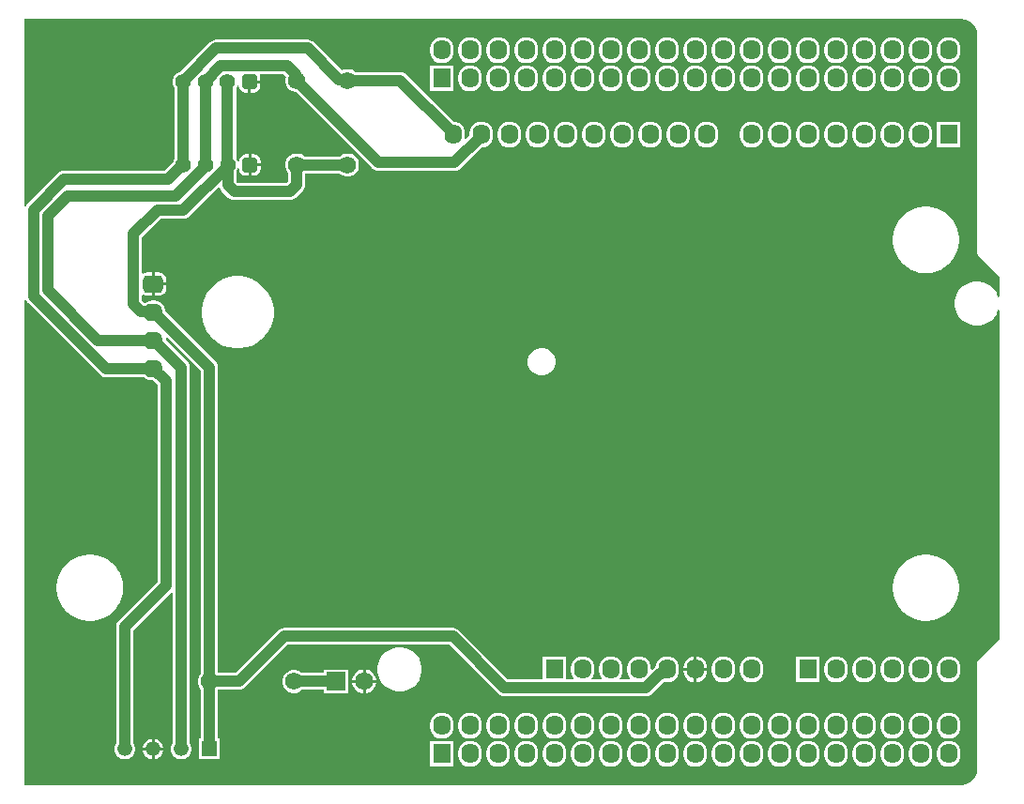
<source format=gbl>
G04*
G04 #@! TF.GenerationSoftware,Altium Limited,Altium Designer,23.3.1 (30)*
G04*
G04 Layer_Physical_Order=2*
G04 Layer_Color=16711680*
%FSLAX44Y44*%
%MOMM*%
G71*
G04*
G04 #@! TF.SameCoordinates,789F5575-398E-4CD6-B036-2A59C815F105*
G04*
G04*
G04 #@! TF.FilePolarity,Positive*
G04*
G01*
G75*
%ADD27R,1.6000X1.8000*%
%ADD28O,1.6000X1.8000*%
%ADD29O,1.8000X1.6000*%
G04:AMPARAMS|DCode=30|XSize=1.6mm|YSize=1.8mm|CornerRadius=0.4mm|HoleSize=0mm|Usage=FLASHONLY|Rotation=270.000|XOffset=0mm|YOffset=0mm|HoleType=Round|Shape=RoundedRectangle|*
%AMROUNDEDRECTD30*
21,1,1.6000,1.0000,0,0,270.0*
21,1,0.8000,1.8000,0,0,270.0*
1,1,0.8000,-0.5000,-0.4000*
1,1,0.8000,-0.5000,0.4000*
1,1,0.8000,0.5000,0.4000*
1,1,0.8000,0.5000,-0.4000*
%
%ADD30ROUNDEDRECTD30*%
%ADD31C,1.5748*%
%ADD32R,1.6510X1.6510*%
%ADD33C,1.6510*%
G04:AMPARAMS|DCode=34|XSize=1.4mm|YSize=1.4mm|CornerRadius=0.35mm|HoleSize=0mm|Usage=FLASHONLY|Rotation=180.000|XOffset=0mm|YOffset=0mm|HoleType=Round|Shape=RoundedRectangle|*
%AMROUNDEDRECTD34*
21,1,1.4000,0.7000,0,0,180.0*
21,1,0.7000,1.4000,0,0,180.0*
1,1,0.7000,-0.3500,0.3500*
1,1,0.7000,0.3500,0.3500*
1,1,0.7000,0.3500,-0.3500*
1,1,0.7000,-0.3500,-0.3500*
%
%ADD34ROUNDEDRECTD34*%
%ADD35C,1.4000*%
%ADD36C,1.3370*%
%ADD37R,1.3370X1.3370*%
%ADD38C,1.0160*%
G36*
X1456660Y1018905D02*
X1460181Y1017447D01*
X1463206Y1015126D01*
X1465526Y1012102D01*
X1466985Y1008579D01*
X1467449Y1005057D01*
X1467398Y1004800D01*
Y808450D01*
X1467743Y806716D01*
X1468725Y805245D01*
X1487398Y786573D01*
Y768914D01*
X1486200Y768596D01*
X1484689Y772243D01*
X1482496Y775525D01*
X1479705Y778316D01*
X1476422Y780509D01*
X1472776Y782020D01*
X1468904Y782790D01*
X1464956D01*
X1461085Y782020D01*
X1457437Y780509D01*
X1454155Y778316D01*
X1451364Y775525D01*
X1449171Y772243D01*
X1447660Y768596D01*
X1446890Y764724D01*
Y760776D01*
X1447660Y756905D01*
X1449171Y753258D01*
X1451364Y749975D01*
X1454155Y747184D01*
X1457437Y744991D01*
X1461085Y743480D01*
X1464956Y742710D01*
X1468904D01*
X1472776Y743480D01*
X1476422Y744991D01*
X1479705Y747184D01*
X1482496Y749975D01*
X1484689Y753258D01*
X1486200Y756905D01*
X1487398Y756586D01*
Y460327D01*
X1468725Y441655D01*
X1467743Y440184D01*
X1467398Y438450D01*
Y342900D01*
X1467449Y342643D01*
X1466985Y339120D01*
X1465526Y335598D01*
X1463206Y332574D01*
X1460181Y330253D01*
X1456660Y328795D01*
X1453137Y328331D01*
X1452880Y328382D01*
X607782D01*
X607782Y765919D01*
X609052Y766172D01*
X609294Y765588D01*
X610515Y763996D01*
X675976Y698535D01*
X677568Y697314D01*
X679422Y696546D01*
X681411Y696284D01*
X715642D01*
X717625Y694763D01*
X720189Y693701D01*
X722940Y693339D01*
X723702D01*
X727644Y689396D01*
Y511184D01*
X693065Y476605D01*
X691844Y475013D01*
X691076Y473159D01*
X690814Y471170D01*
Y365818D01*
X689904Y364241D01*
X689275Y361894D01*
Y359465D01*
X689904Y357119D01*
X691118Y355016D01*
X692836Y353298D01*
X694939Y352084D01*
X697286Y351455D01*
X699715D01*
X702061Y352084D01*
X704164Y353298D01*
X705882Y355016D01*
X707096Y357119D01*
X707725Y359465D01*
Y361894D01*
X707096Y364241D01*
X706186Y365818D01*
Y467986D01*
X740344Y502145D01*
X741614Y501619D01*
Y365818D01*
X740704Y364241D01*
X740075Y361894D01*
Y359465D01*
X740704Y357119D01*
X741918Y355016D01*
X743636Y353298D01*
X745739Y352084D01*
X748085Y351455D01*
X750515D01*
X752861Y352084D01*
X754964Y353298D01*
X756682Y355016D01*
X757896Y357119D01*
X758525Y359465D01*
Y361894D01*
X757896Y364241D01*
X756986Y365818D01*
Y705010D01*
X756986Y705010D01*
X756724Y706999D01*
X755956Y708853D01*
X754735Y710445D01*
X754735Y710445D01*
X735535Y729644D01*
X735252Y731793D01*
X736236Y732417D01*
X736382Y732459D01*
X767014Y701826D01*
Y428682D01*
X766367Y428034D01*
X764996Y425660D01*
X764286Y423011D01*
Y420269D01*
X764996Y417620D01*
X766367Y415246D01*
X767014Y414598D01*
Y369905D01*
X765475D01*
Y351455D01*
X783925D01*
Y369905D01*
X782386D01*
Y413954D01*
X801370D01*
X803359Y414216D01*
X805213Y414984D01*
X806805Y416205D01*
X845194Y454594D01*
X991226D01*
X1035325Y410495D01*
X1036917Y409274D01*
X1038771Y408506D01*
X1040760Y408244D01*
X1168600D01*
X1170589Y408506D01*
X1172443Y409274D01*
X1174035Y410495D01*
X1184704Y421165D01*
X1185019Y421206D01*
X1185099Y421239D01*
X1187530Y420919D01*
X1190282Y421281D01*
X1192846Y422343D01*
X1195047Y424033D01*
X1196737Y426235D01*
X1197799Y428798D01*
X1198161Y431550D01*
Y433550D01*
X1197799Y436301D01*
X1196737Y438866D01*
X1195047Y441067D01*
X1192846Y442757D01*
X1190282Y443819D01*
X1187530Y444181D01*
X1184779Y443819D01*
X1182215Y442757D01*
X1180013Y441067D01*
X1178323Y438866D01*
X1177261Y436301D01*
X1177091Y435005D01*
X1175865Y434065D01*
X1174031Y432230D01*
X1172761Y432756D01*
Y433550D01*
X1172399Y436301D01*
X1171337Y438866D01*
X1169647Y441067D01*
X1167446Y442757D01*
X1164882Y443819D01*
X1162130Y444181D01*
X1159379Y443819D01*
X1156815Y442757D01*
X1154613Y441067D01*
X1152923Y438866D01*
X1151861Y436301D01*
X1151499Y433550D01*
Y431550D01*
X1151861Y428798D01*
X1152923Y426235D01*
X1153958Y424886D01*
X1153332Y423616D01*
X1145528D01*
X1144902Y424886D01*
X1145937Y426235D01*
X1146999Y428798D01*
X1147361Y431550D01*
Y433550D01*
X1146999Y436301D01*
X1145937Y438866D01*
X1144247Y441067D01*
X1142046Y442757D01*
X1139482Y443819D01*
X1136730Y444181D01*
X1133979Y443819D01*
X1131415Y442757D01*
X1129213Y441067D01*
X1127523Y438866D01*
X1126461Y436301D01*
X1126099Y433550D01*
Y431550D01*
X1126461Y428798D01*
X1127523Y426235D01*
X1128558Y424886D01*
X1127932Y423616D01*
X1120128D01*
X1119502Y424886D01*
X1120537Y426235D01*
X1121599Y428798D01*
X1121961Y431550D01*
Y433550D01*
X1121599Y436301D01*
X1120537Y438866D01*
X1118847Y441067D01*
X1116646Y442757D01*
X1114081Y443819D01*
X1111330Y444181D01*
X1108578Y443819D01*
X1106015Y442757D01*
X1103813Y441067D01*
X1102123Y438866D01*
X1101061Y436301D01*
X1100699Y433550D01*
Y431550D01*
X1101061Y428798D01*
X1102123Y426235D01*
X1103158Y424886D01*
X1102532Y423616D01*
X1096470D01*
Y444090D01*
X1075390D01*
Y423616D01*
X1043944D01*
X999845Y467715D01*
X998253Y468936D01*
X996399Y469704D01*
X994410Y469966D01*
X842010D01*
X842010Y469966D01*
X840021Y469704D01*
X838167Y468936D01*
X836575Y467715D01*
X798186Y429326D01*
X782386D01*
Y705010D01*
X782124Y706999D01*
X781356Y708853D01*
X780135Y710445D01*
X735535Y755044D01*
X735209Y757522D01*
X734147Y760086D01*
X732457Y762287D01*
X730256Y763977D01*
X727691Y765039D01*
X724940Y765401D01*
X722940D01*
X720189Y765039D01*
X717625Y763977D01*
X717099Y763573D01*
X715816D01*
X713806Y765583D01*
Y770265D01*
X715076Y770892D01*
X715642Y770457D01*
X717233Y769798D01*
X718940Y769574D01*
X722670D01*
Y780170D01*
Y790766D01*
X718940D01*
X717233Y790542D01*
X715642Y789883D01*
X715076Y789448D01*
X713806Y790075D01*
Y822316D01*
X730893Y839404D01*
X751246D01*
X753235Y839666D01*
X755089Y840434D01*
X756681Y841655D01*
X782613Y867588D01*
X783961Y867140D01*
X784554Y865709D01*
X785775Y864117D01*
X791727Y858165D01*
X791727Y858165D01*
X793319Y856944D01*
X795172Y856176D01*
X797162Y855914D01*
X847090D01*
X849079Y856176D01*
X850933Y856944D01*
X852525Y858165D01*
X858875Y864515D01*
X858875Y864515D01*
X860096Y866107D01*
X860864Y867961D01*
X861126Y869950D01*
Y880044D01*
X892118D01*
X892766Y879397D01*
X895140Y878026D01*
X897789Y877316D01*
X900531D01*
X903180Y878026D01*
X905554Y879397D01*
X907493Y881336D01*
X908864Y883710D01*
X909574Y886359D01*
Y889101D01*
X908864Y891750D01*
X907493Y894124D01*
X905554Y896063D01*
X903180Y897434D01*
X900531Y898144D01*
X897789D01*
X895140Y897434D01*
X892766Y896063D01*
X892118Y895416D01*
X860482D01*
X859834Y896063D01*
X857460Y897434D01*
X854811Y898144D01*
X852069D01*
X849420Y897434D01*
X847046Y896063D01*
X845107Y894124D01*
X843736Y891750D01*
X843026Y889101D01*
Y886359D01*
X843736Y883710D01*
X845107Y881336D01*
X845754Y880688D01*
Y873133D01*
X843906Y871286D01*
X800345D01*
X798896Y872735D01*
Y881962D01*
X800100Y884048D01*
X800282Y884726D01*
X801552Y884559D01*
Y884230D01*
X802020Y881873D01*
X803355Y879875D01*
X805353Y878540D01*
X807710Y878072D01*
X809940D01*
Y887730D01*
Y897388D01*
X807710D01*
X805353Y896919D01*
X803355Y895585D01*
X802020Y893587D01*
X801552Y891230D01*
Y890901D01*
X800282Y890734D01*
X800100Y891412D01*
X798844Y893588D01*
X798736Y893696D01*
Y957169D01*
X799780Y958978D01*
X799962Y959656D01*
X801232Y959489D01*
Y959160D01*
X801701Y956803D01*
X803035Y954805D01*
X805033Y953471D01*
X807390Y953002D01*
X809620D01*
Y962660D01*
X810890D01*
Y963930D01*
X820548D01*
Y966160D01*
X820118Y968324D01*
X820676Y969594D01*
X841511D01*
X843613Y967492D01*
X843026Y965301D01*
Y962559D01*
X843736Y959910D01*
X845107Y957536D01*
X847046Y955597D01*
X849420Y954226D01*
X852069Y953516D01*
X852985D01*
X921905Y884595D01*
X923497Y883374D01*
X925351Y882606D01*
X927340Y882344D01*
X995810D01*
X997799Y882606D01*
X999653Y883374D01*
X1001245Y884595D01*
X1020204Y903555D01*
X1022682Y903881D01*
X1025245Y904943D01*
X1027447Y906633D01*
X1029137Y908835D01*
X1030199Y911398D01*
X1030561Y914150D01*
Y916150D01*
X1030199Y918902D01*
X1029137Y921466D01*
X1027447Y923667D01*
X1025245Y925357D01*
X1022682Y926419D01*
X1019930Y926781D01*
X1017178Y926419D01*
X1014614Y925357D01*
X1012413Y923667D01*
X1010723Y921466D01*
X1009661Y918902D01*
X1009299Y916150D01*
Y914388D01*
X1005972Y911061D01*
X1005826Y911104D01*
X1004842Y911727D01*
X1005161Y914150D01*
Y916150D01*
X1004799Y918902D01*
X1003737Y921466D01*
X1002047Y923667D01*
X999845Y925357D01*
X997281Y926419D01*
X994805Y926745D01*
X952185Y969365D01*
X950593Y970586D01*
X948739Y971354D01*
X946750Y971616D01*
X906202D01*
X905554Y972263D01*
X903180Y973634D01*
X900531Y974344D01*
X897789D01*
X895140Y973634D01*
X894402Y973208D01*
X869035Y998575D01*
X867443Y999796D01*
X865589Y1000564D01*
X863600Y1000826D01*
X780694D01*
X780694Y1000826D01*
X778705Y1000564D01*
X776851Y999796D01*
X775259Y998575D01*
X748611Y971926D01*
X747208Y971550D01*
X745032Y970294D01*
X743256Y968518D01*
X742000Y966342D01*
X741350Y963916D01*
Y961404D01*
X742000Y958978D01*
X743256Y956802D01*
X743364Y956694D01*
Y893221D01*
X742320Y891412D01*
X742077Y890506D01*
X734287Y882716D01*
X643710D01*
X643709Y882716D01*
X641720Y882454D01*
X639867Y881686D01*
X638275Y880465D01*
X638275Y880465D01*
X610515Y852705D01*
X609294Y851113D01*
X609052Y850529D01*
X607782Y850782D01*
Y1019318D01*
X1452880D01*
X1453137Y1019369D01*
X1456660Y1018905D01*
D02*
G37*
%LPC*%
G36*
X1441530Y1002981D02*
X1438779Y1002619D01*
X1436215Y1001557D01*
X1434013Y999867D01*
X1432323Y997665D01*
X1431261Y995101D01*
X1430899Y992350D01*
Y990350D01*
X1431261Y987598D01*
X1432323Y985035D01*
X1434013Y982833D01*
X1436215Y981143D01*
X1438779Y980081D01*
X1441530Y979719D01*
X1444281Y980081D01*
X1446846Y981143D01*
X1449047Y982833D01*
X1450737Y985035D01*
X1451799Y987598D01*
X1452161Y990350D01*
Y992350D01*
X1451799Y995101D01*
X1450737Y997665D01*
X1449047Y999867D01*
X1446846Y1001557D01*
X1444281Y1002619D01*
X1441530Y1002981D01*
D02*
G37*
G36*
X1416130D02*
X1413378Y1002619D01*
X1410815Y1001557D01*
X1408613Y999867D01*
X1406923Y997665D01*
X1405861Y995101D01*
X1405499Y992350D01*
Y990350D01*
X1405861Y987598D01*
X1406923Y985035D01*
X1408613Y982833D01*
X1410815Y981143D01*
X1413378Y980081D01*
X1416130Y979719D01*
X1418882Y980081D01*
X1421445Y981143D01*
X1423647Y982833D01*
X1425337Y985035D01*
X1426399Y987598D01*
X1426761Y990350D01*
Y992350D01*
X1426399Y995101D01*
X1425337Y997665D01*
X1423647Y999867D01*
X1421445Y1001557D01*
X1418882Y1002619D01*
X1416130Y1002981D01*
D02*
G37*
G36*
X1390730D02*
X1387979Y1002619D01*
X1385415Y1001557D01*
X1383213Y999867D01*
X1381523Y997665D01*
X1380461Y995101D01*
X1380099Y992350D01*
Y990350D01*
X1380461Y987598D01*
X1381523Y985035D01*
X1383213Y982833D01*
X1385415Y981143D01*
X1387979Y980081D01*
X1390730Y979719D01*
X1393481Y980081D01*
X1396046Y981143D01*
X1398247Y982833D01*
X1399937Y985035D01*
X1400999Y987598D01*
X1401361Y990350D01*
Y992350D01*
X1400999Y995101D01*
X1399937Y997665D01*
X1398247Y999867D01*
X1396046Y1001557D01*
X1393481Y1002619D01*
X1390730Y1002981D01*
D02*
G37*
G36*
X1365330D02*
X1362578Y1002619D01*
X1360015Y1001557D01*
X1357813Y999867D01*
X1356123Y997665D01*
X1355061Y995101D01*
X1354699Y992350D01*
Y990350D01*
X1355061Y987598D01*
X1356123Y985035D01*
X1357813Y982833D01*
X1360015Y981143D01*
X1362578Y980081D01*
X1365330Y979719D01*
X1368082Y980081D01*
X1370645Y981143D01*
X1372847Y982833D01*
X1374537Y985035D01*
X1375599Y987598D01*
X1375961Y990350D01*
Y992350D01*
X1375599Y995101D01*
X1374537Y997665D01*
X1372847Y999867D01*
X1370645Y1001557D01*
X1368082Y1002619D01*
X1365330Y1002981D01*
D02*
G37*
G36*
X1339930D02*
X1337178Y1002619D01*
X1334615Y1001557D01*
X1332413Y999867D01*
X1330723Y997665D01*
X1329661Y995101D01*
X1329299Y992350D01*
Y990350D01*
X1329661Y987598D01*
X1330723Y985035D01*
X1332413Y982833D01*
X1334615Y981143D01*
X1337178Y980081D01*
X1339930Y979719D01*
X1342681Y980081D01*
X1345246Y981143D01*
X1347447Y982833D01*
X1349137Y985035D01*
X1350199Y987598D01*
X1350561Y990350D01*
Y992350D01*
X1350199Y995101D01*
X1349137Y997665D01*
X1347447Y999867D01*
X1345246Y1001557D01*
X1342681Y1002619D01*
X1339930Y1002981D01*
D02*
G37*
G36*
X1314530D02*
X1311779Y1002619D01*
X1309215Y1001557D01*
X1307013Y999867D01*
X1305323Y997665D01*
X1304261Y995101D01*
X1303899Y992350D01*
Y990350D01*
X1304261Y987598D01*
X1305323Y985035D01*
X1307013Y982833D01*
X1309215Y981143D01*
X1311779Y980081D01*
X1314530Y979719D01*
X1317281Y980081D01*
X1319845Y981143D01*
X1322047Y982833D01*
X1323737Y985035D01*
X1324799Y987598D01*
X1325161Y990350D01*
Y992350D01*
X1324799Y995101D01*
X1323737Y997665D01*
X1322047Y999867D01*
X1319845Y1001557D01*
X1317281Y1002619D01*
X1314530Y1002981D01*
D02*
G37*
G36*
X1289130D02*
X1286378Y1002619D01*
X1283815Y1001557D01*
X1281613Y999867D01*
X1279923Y997665D01*
X1278861Y995101D01*
X1278499Y992350D01*
Y990350D01*
X1278861Y987598D01*
X1279923Y985035D01*
X1281613Y982833D01*
X1283815Y981143D01*
X1286378Y980081D01*
X1289130Y979719D01*
X1291882Y980081D01*
X1294445Y981143D01*
X1296647Y982833D01*
X1298337Y985035D01*
X1299399Y987598D01*
X1299761Y990350D01*
Y992350D01*
X1299399Y995101D01*
X1298337Y997665D01*
X1296647Y999867D01*
X1294445Y1001557D01*
X1291882Y1002619D01*
X1289130Y1002981D01*
D02*
G37*
G36*
X1263730D02*
X1260978Y1002619D01*
X1258415Y1001557D01*
X1256213Y999867D01*
X1254523Y997665D01*
X1253461Y995101D01*
X1253099Y992350D01*
Y990350D01*
X1253461Y987598D01*
X1254523Y985035D01*
X1256213Y982833D01*
X1258415Y981143D01*
X1260978Y980081D01*
X1263730Y979719D01*
X1266481Y980081D01*
X1269045Y981143D01*
X1271247Y982833D01*
X1272937Y985035D01*
X1273999Y987598D01*
X1274361Y990350D01*
Y992350D01*
X1273999Y995101D01*
X1272937Y997665D01*
X1271247Y999867D01*
X1269045Y1001557D01*
X1266481Y1002619D01*
X1263730Y1002981D01*
D02*
G37*
G36*
X1238330D02*
X1235579Y1002619D01*
X1233015Y1001557D01*
X1230813Y999867D01*
X1229123Y997665D01*
X1228061Y995101D01*
X1227699Y992350D01*
Y990350D01*
X1228061Y987598D01*
X1229123Y985035D01*
X1230813Y982833D01*
X1233015Y981143D01*
X1235579Y980081D01*
X1238330Y979719D01*
X1241081Y980081D01*
X1243645Y981143D01*
X1245847Y982833D01*
X1247537Y985035D01*
X1248599Y987598D01*
X1248961Y990350D01*
Y992350D01*
X1248599Y995101D01*
X1247537Y997665D01*
X1245847Y999867D01*
X1243645Y1001557D01*
X1241081Y1002619D01*
X1238330Y1002981D01*
D02*
G37*
G36*
X1212930D02*
X1210179Y1002619D01*
X1207615Y1001557D01*
X1205413Y999867D01*
X1203723Y997665D01*
X1202661Y995101D01*
X1202299Y992350D01*
Y990350D01*
X1202661Y987598D01*
X1203723Y985035D01*
X1205413Y982833D01*
X1207615Y981143D01*
X1210179Y980081D01*
X1212930Y979719D01*
X1215682Y980081D01*
X1218245Y981143D01*
X1220447Y982833D01*
X1222137Y985035D01*
X1223199Y987598D01*
X1223561Y990350D01*
Y992350D01*
X1223199Y995101D01*
X1222137Y997665D01*
X1220447Y999867D01*
X1218245Y1001557D01*
X1215682Y1002619D01*
X1212930Y1002981D01*
D02*
G37*
G36*
X1187530D02*
X1184779Y1002619D01*
X1182215Y1001557D01*
X1180013Y999867D01*
X1178323Y997665D01*
X1177261Y995101D01*
X1176899Y992350D01*
Y990350D01*
X1177261Y987598D01*
X1178323Y985035D01*
X1180013Y982833D01*
X1182215Y981143D01*
X1184779Y980081D01*
X1187530Y979719D01*
X1190282Y980081D01*
X1192846Y981143D01*
X1195047Y982833D01*
X1196737Y985035D01*
X1197799Y987598D01*
X1198161Y990350D01*
Y992350D01*
X1197799Y995101D01*
X1196737Y997665D01*
X1195047Y999867D01*
X1192846Y1001557D01*
X1190282Y1002619D01*
X1187530Y1002981D01*
D02*
G37*
G36*
X1162130D02*
X1159379Y1002619D01*
X1156815Y1001557D01*
X1154613Y999867D01*
X1152923Y997665D01*
X1151861Y995101D01*
X1151499Y992350D01*
Y990350D01*
X1151861Y987598D01*
X1152923Y985035D01*
X1154613Y982833D01*
X1156815Y981143D01*
X1159379Y980081D01*
X1162130Y979719D01*
X1164882Y980081D01*
X1167446Y981143D01*
X1169647Y982833D01*
X1171337Y985035D01*
X1172399Y987598D01*
X1172761Y990350D01*
Y992350D01*
X1172399Y995101D01*
X1171337Y997665D01*
X1169647Y999867D01*
X1167446Y1001557D01*
X1164882Y1002619D01*
X1162130Y1002981D01*
D02*
G37*
G36*
X1136730D02*
X1133979Y1002619D01*
X1131415Y1001557D01*
X1129213Y999867D01*
X1127523Y997665D01*
X1126461Y995101D01*
X1126099Y992350D01*
Y990350D01*
X1126461Y987598D01*
X1127523Y985035D01*
X1129213Y982833D01*
X1131415Y981143D01*
X1133979Y980081D01*
X1136730Y979719D01*
X1139482Y980081D01*
X1142046Y981143D01*
X1144247Y982833D01*
X1145937Y985035D01*
X1146999Y987598D01*
X1147361Y990350D01*
Y992350D01*
X1146999Y995101D01*
X1145937Y997665D01*
X1144247Y999867D01*
X1142046Y1001557D01*
X1139482Y1002619D01*
X1136730Y1002981D01*
D02*
G37*
G36*
X1111330D02*
X1108578Y1002619D01*
X1106015Y1001557D01*
X1103813Y999867D01*
X1102123Y997665D01*
X1101061Y995101D01*
X1100699Y992350D01*
Y990350D01*
X1101061Y987598D01*
X1102123Y985035D01*
X1103813Y982833D01*
X1106015Y981143D01*
X1108578Y980081D01*
X1111330Y979719D01*
X1114081Y980081D01*
X1116646Y981143D01*
X1118847Y982833D01*
X1120537Y985035D01*
X1121599Y987598D01*
X1121961Y990350D01*
Y992350D01*
X1121599Y995101D01*
X1120537Y997665D01*
X1118847Y999867D01*
X1116646Y1001557D01*
X1114081Y1002619D01*
X1111330Y1002981D01*
D02*
G37*
G36*
X1085930D02*
X1083178Y1002619D01*
X1080615Y1001557D01*
X1078413Y999867D01*
X1076723Y997665D01*
X1075661Y995101D01*
X1075299Y992350D01*
Y990350D01*
X1075661Y987598D01*
X1076723Y985035D01*
X1078413Y982833D01*
X1080615Y981143D01*
X1083178Y980081D01*
X1085930Y979719D01*
X1088681Y980081D01*
X1091245Y981143D01*
X1093447Y982833D01*
X1095137Y985035D01*
X1096199Y987598D01*
X1096561Y990350D01*
Y992350D01*
X1096199Y995101D01*
X1095137Y997665D01*
X1093447Y999867D01*
X1091245Y1001557D01*
X1088681Y1002619D01*
X1085930Y1002981D01*
D02*
G37*
G36*
X1060530D02*
X1057778Y1002619D01*
X1055215Y1001557D01*
X1053013Y999867D01*
X1051323Y997665D01*
X1050261Y995101D01*
X1049899Y992350D01*
Y990350D01*
X1050261Y987598D01*
X1051323Y985035D01*
X1053013Y982833D01*
X1055215Y981143D01*
X1057778Y980081D01*
X1060530Y979719D01*
X1063281Y980081D01*
X1065845Y981143D01*
X1068047Y982833D01*
X1069737Y985035D01*
X1070799Y987598D01*
X1071161Y990350D01*
Y992350D01*
X1070799Y995101D01*
X1069737Y997665D01*
X1068047Y999867D01*
X1065845Y1001557D01*
X1063281Y1002619D01*
X1060530Y1002981D01*
D02*
G37*
G36*
X1035130D02*
X1032378Y1002619D01*
X1029815Y1001557D01*
X1027613Y999867D01*
X1025923Y997665D01*
X1024861Y995101D01*
X1024499Y992350D01*
Y990350D01*
X1024861Y987598D01*
X1025923Y985035D01*
X1027613Y982833D01*
X1029815Y981143D01*
X1032378Y980081D01*
X1035130Y979719D01*
X1037881Y980081D01*
X1040445Y981143D01*
X1042647Y982833D01*
X1044337Y985035D01*
X1045399Y987598D01*
X1045761Y990350D01*
Y992350D01*
X1045399Y995101D01*
X1044337Y997665D01*
X1042647Y999867D01*
X1040445Y1001557D01*
X1037881Y1002619D01*
X1035130Y1002981D01*
D02*
G37*
G36*
X1009730D02*
X1006979Y1002619D01*
X1004415Y1001557D01*
X1002213Y999867D01*
X1000523Y997665D01*
X999461Y995101D01*
X999099Y992350D01*
Y990350D01*
X999461Y987598D01*
X1000523Y985035D01*
X1002213Y982833D01*
X1004415Y981143D01*
X1006979Y980081D01*
X1009730Y979719D01*
X1012482Y980081D01*
X1015045Y981143D01*
X1017247Y982833D01*
X1018937Y985035D01*
X1019999Y987598D01*
X1020361Y990350D01*
Y992350D01*
X1019999Y995101D01*
X1018937Y997665D01*
X1017247Y999867D01*
X1015045Y1001557D01*
X1012482Y1002619D01*
X1009730Y1002981D01*
D02*
G37*
G36*
X984330D02*
X981579Y1002619D01*
X979015Y1001557D01*
X976813Y999867D01*
X975123Y997665D01*
X974061Y995101D01*
X973699Y992350D01*
Y990350D01*
X974061Y987598D01*
X975123Y985035D01*
X976813Y982833D01*
X979015Y981143D01*
X981579Y980081D01*
X984330Y979719D01*
X987082Y980081D01*
X989645Y981143D01*
X991847Y982833D01*
X993537Y985035D01*
X994599Y987598D01*
X994961Y990350D01*
Y992350D01*
X994599Y995101D01*
X993537Y997665D01*
X991847Y999867D01*
X989645Y1001557D01*
X987082Y1002619D01*
X984330Y1002981D01*
D02*
G37*
G36*
X994870Y977490D02*
X973790D01*
Y954410D01*
X994870D01*
Y977490D01*
D02*
G37*
G36*
X1441530Y977581D02*
X1438779Y977219D01*
X1436215Y976157D01*
X1434013Y974467D01*
X1432323Y972265D01*
X1431261Y969702D01*
X1430899Y966950D01*
Y964950D01*
X1431261Y962198D01*
X1432323Y959635D01*
X1434013Y957433D01*
X1436215Y955743D01*
X1438779Y954681D01*
X1441530Y954319D01*
X1444281Y954681D01*
X1446846Y955743D01*
X1449047Y957433D01*
X1450737Y959635D01*
X1451799Y962198D01*
X1452161Y964950D01*
Y966950D01*
X1451799Y969702D01*
X1450737Y972265D01*
X1449047Y974467D01*
X1446846Y976157D01*
X1444281Y977219D01*
X1441530Y977581D01*
D02*
G37*
G36*
X1416130D02*
X1413378Y977219D01*
X1410815Y976157D01*
X1408613Y974467D01*
X1406923Y972265D01*
X1405861Y969702D01*
X1405499Y966950D01*
Y964950D01*
X1405861Y962198D01*
X1406923Y959635D01*
X1408613Y957433D01*
X1410815Y955743D01*
X1413378Y954681D01*
X1416130Y954319D01*
X1418882Y954681D01*
X1421445Y955743D01*
X1423647Y957433D01*
X1425337Y959635D01*
X1426399Y962198D01*
X1426761Y964950D01*
Y966950D01*
X1426399Y969702D01*
X1425337Y972265D01*
X1423647Y974467D01*
X1421445Y976157D01*
X1418882Y977219D01*
X1416130Y977581D01*
D02*
G37*
G36*
X1390730D02*
X1387979Y977219D01*
X1385415Y976157D01*
X1383213Y974467D01*
X1381523Y972265D01*
X1380461Y969702D01*
X1380099Y966950D01*
Y964950D01*
X1380461Y962198D01*
X1381523Y959635D01*
X1383213Y957433D01*
X1385415Y955743D01*
X1387979Y954681D01*
X1390730Y954319D01*
X1393481Y954681D01*
X1396046Y955743D01*
X1398247Y957433D01*
X1399937Y959635D01*
X1400999Y962198D01*
X1401361Y964950D01*
Y966950D01*
X1400999Y969702D01*
X1399937Y972265D01*
X1398247Y974467D01*
X1396046Y976157D01*
X1393481Y977219D01*
X1390730Y977581D01*
D02*
G37*
G36*
X1365330D02*
X1362578Y977219D01*
X1360015Y976157D01*
X1357813Y974467D01*
X1356123Y972265D01*
X1355061Y969702D01*
X1354699Y966950D01*
Y964950D01*
X1355061Y962198D01*
X1356123Y959635D01*
X1357813Y957433D01*
X1360015Y955743D01*
X1362578Y954681D01*
X1365330Y954319D01*
X1368082Y954681D01*
X1370645Y955743D01*
X1372847Y957433D01*
X1374537Y959635D01*
X1375599Y962198D01*
X1375961Y964950D01*
Y966950D01*
X1375599Y969702D01*
X1374537Y972265D01*
X1372847Y974467D01*
X1370645Y976157D01*
X1368082Y977219D01*
X1365330Y977581D01*
D02*
G37*
G36*
X1339930D02*
X1337178Y977219D01*
X1334615Y976157D01*
X1332413Y974467D01*
X1330723Y972265D01*
X1329661Y969702D01*
X1329299Y966950D01*
Y964950D01*
X1329661Y962198D01*
X1330723Y959635D01*
X1332413Y957433D01*
X1334615Y955743D01*
X1337178Y954681D01*
X1339930Y954319D01*
X1342681Y954681D01*
X1345246Y955743D01*
X1347447Y957433D01*
X1349137Y959635D01*
X1350199Y962198D01*
X1350561Y964950D01*
Y966950D01*
X1350199Y969702D01*
X1349137Y972265D01*
X1347447Y974467D01*
X1345246Y976157D01*
X1342681Y977219D01*
X1339930Y977581D01*
D02*
G37*
G36*
X1314530D02*
X1311779Y977219D01*
X1309215Y976157D01*
X1307013Y974467D01*
X1305323Y972265D01*
X1304261Y969702D01*
X1303899Y966950D01*
Y964950D01*
X1304261Y962198D01*
X1305323Y959635D01*
X1307013Y957433D01*
X1309215Y955743D01*
X1311779Y954681D01*
X1314530Y954319D01*
X1317281Y954681D01*
X1319845Y955743D01*
X1322047Y957433D01*
X1323737Y959635D01*
X1324799Y962198D01*
X1325161Y964950D01*
Y966950D01*
X1324799Y969702D01*
X1323737Y972265D01*
X1322047Y974467D01*
X1319845Y976157D01*
X1317281Y977219D01*
X1314530Y977581D01*
D02*
G37*
G36*
X1289130D02*
X1286378Y977219D01*
X1283815Y976157D01*
X1281613Y974467D01*
X1279923Y972265D01*
X1278861Y969702D01*
X1278499Y966950D01*
Y964950D01*
X1278861Y962198D01*
X1279923Y959635D01*
X1281613Y957433D01*
X1283815Y955743D01*
X1286378Y954681D01*
X1289130Y954319D01*
X1291882Y954681D01*
X1294445Y955743D01*
X1296647Y957433D01*
X1298337Y959635D01*
X1299399Y962198D01*
X1299761Y964950D01*
Y966950D01*
X1299399Y969702D01*
X1298337Y972265D01*
X1296647Y974467D01*
X1294445Y976157D01*
X1291882Y977219D01*
X1289130Y977581D01*
D02*
G37*
G36*
X1263730D02*
X1260978Y977219D01*
X1258415Y976157D01*
X1256213Y974467D01*
X1254523Y972265D01*
X1253461Y969702D01*
X1253099Y966950D01*
Y964950D01*
X1253461Y962198D01*
X1254523Y959635D01*
X1256213Y957433D01*
X1258415Y955743D01*
X1260978Y954681D01*
X1263730Y954319D01*
X1266481Y954681D01*
X1269045Y955743D01*
X1271247Y957433D01*
X1272937Y959635D01*
X1273999Y962198D01*
X1274361Y964950D01*
Y966950D01*
X1273999Y969702D01*
X1272937Y972265D01*
X1271247Y974467D01*
X1269045Y976157D01*
X1266481Y977219D01*
X1263730Y977581D01*
D02*
G37*
G36*
X1238330D02*
X1235579Y977219D01*
X1233015Y976157D01*
X1230813Y974467D01*
X1229123Y972265D01*
X1228061Y969702D01*
X1227699Y966950D01*
Y964950D01*
X1228061Y962198D01*
X1229123Y959635D01*
X1230813Y957433D01*
X1233015Y955743D01*
X1235579Y954681D01*
X1238330Y954319D01*
X1241081Y954681D01*
X1243645Y955743D01*
X1245847Y957433D01*
X1247537Y959635D01*
X1248599Y962198D01*
X1248961Y964950D01*
Y966950D01*
X1248599Y969702D01*
X1247537Y972265D01*
X1245847Y974467D01*
X1243645Y976157D01*
X1241081Y977219D01*
X1238330Y977581D01*
D02*
G37*
G36*
X1212930D02*
X1210179Y977219D01*
X1207615Y976157D01*
X1205413Y974467D01*
X1203723Y972265D01*
X1202661Y969702D01*
X1202299Y966950D01*
Y964950D01*
X1202661Y962198D01*
X1203723Y959635D01*
X1205413Y957433D01*
X1207615Y955743D01*
X1210179Y954681D01*
X1212930Y954319D01*
X1215682Y954681D01*
X1218245Y955743D01*
X1220447Y957433D01*
X1222137Y959635D01*
X1223199Y962198D01*
X1223561Y964950D01*
Y966950D01*
X1223199Y969702D01*
X1222137Y972265D01*
X1220447Y974467D01*
X1218245Y976157D01*
X1215682Y977219D01*
X1212930Y977581D01*
D02*
G37*
G36*
X1187530D02*
X1184779Y977219D01*
X1182215Y976157D01*
X1180013Y974467D01*
X1178323Y972265D01*
X1177261Y969702D01*
X1176899Y966950D01*
Y964950D01*
X1177261Y962198D01*
X1178323Y959635D01*
X1180013Y957433D01*
X1182215Y955743D01*
X1184779Y954681D01*
X1187530Y954319D01*
X1190282Y954681D01*
X1192846Y955743D01*
X1195047Y957433D01*
X1196737Y959635D01*
X1197799Y962198D01*
X1198161Y964950D01*
Y966950D01*
X1197799Y969702D01*
X1196737Y972265D01*
X1195047Y974467D01*
X1192846Y976157D01*
X1190282Y977219D01*
X1187530Y977581D01*
D02*
G37*
G36*
X1162130D02*
X1159379Y977219D01*
X1156815Y976157D01*
X1154613Y974467D01*
X1152923Y972265D01*
X1151861Y969702D01*
X1151499Y966950D01*
Y964950D01*
X1151861Y962198D01*
X1152923Y959635D01*
X1154613Y957433D01*
X1156815Y955743D01*
X1159379Y954681D01*
X1162130Y954319D01*
X1164882Y954681D01*
X1167446Y955743D01*
X1169647Y957433D01*
X1171337Y959635D01*
X1172399Y962198D01*
X1172761Y964950D01*
Y966950D01*
X1172399Y969702D01*
X1171337Y972265D01*
X1169647Y974467D01*
X1167446Y976157D01*
X1164882Y977219D01*
X1162130Y977581D01*
D02*
G37*
G36*
X1136730D02*
X1133979Y977219D01*
X1131415Y976157D01*
X1129213Y974467D01*
X1127523Y972265D01*
X1126461Y969702D01*
X1126099Y966950D01*
Y964950D01*
X1126461Y962198D01*
X1127523Y959635D01*
X1129213Y957433D01*
X1131415Y955743D01*
X1133979Y954681D01*
X1136730Y954319D01*
X1139482Y954681D01*
X1142046Y955743D01*
X1144247Y957433D01*
X1145937Y959635D01*
X1146999Y962198D01*
X1147361Y964950D01*
Y966950D01*
X1146999Y969702D01*
X1145937Y972265D01*
X1144247Y974467D01*
X1142046Y976157D01*
X1139482Y977219D01*
X1136730Y977581D01*
D02*
G37*
G36*
X1111330D02*
X1108578Y977219D01*
X1106015Y976157D01*
X1103813Y974467D01*
X1102123Y972265D01*
X1101061Y969702D01*
X1100699Y966950D01*
Y964950D01*
X1101061Y962198D01*
X1102123Y959635D01*
X1103813Y957433D01*
X1106015Y955743D01*
X1108578Y954681D01*
X1111330Y954319D01*
X1114081Y954681D01*
X1116646Y955743D01*
X1118847Y957433D01*
X1120537Y959635D01*
X1121599Y962198D01*
X1121961Y964950D01*
Y966950D01*
X1121599Y969702D01*
X1120537Y972265D01*
X1118847Y974467D01*
X1116646Y976157D01*
X1114081Y977219D01*
X1111330Y977581D01*
D02*
G37*
G36*
X1085930D02*
X1083178Y977219D01*
X1080615Y976157D01*
X1078413Y974467D01*
X1076723Y972265D01*
X1075661Y969702D01*
X1075299Y966950D01*
Y964950D01*
X1075661Y962198D01*
X1076723Y959635D01*
X1078413Y957433D01*
X1080615Y955743D01*
X1083178Y954681D01*
X1085930Y954319D01*
X1088681Y954681D01*
X1091245Y955743D01*
X1093447Y957433D01*
X1095137Y959635D01*
X1096199Y962198D01*
X1096561Y964950D01*
Y966950D01*
X1096199Y969702D01*
X1095137Y972265D01*
X1093447Y974467D01*
X1091245Y976157D01*
X1088681Y977219D01*
X1085930Y977581D01*
D02*
G37*
G36*
X1060530D02*
X1057778Y977219D01*
X1055215Y976157D01*
X1053013Y974467D01*
X1051323Y972265D01*
X1050261Y969702D01*
X1049899Y966950D01*
Y964950D01*
X1050261Y962198D01*
X1051323Y959635D01*
X1053013Y957433D01*
X1055215Y955743D01*
X1057778Y954681D01*
X1060530Y954319D01*
X1063281Y954681D01*
X1065845Y955743D01*
X1068047Y957433D01*
X1069737Y959635D01*
X1070799Y962198D01*
X1071161Y964950D01*
Y966950D01*
X1070799Y969702D01*
X1069737Y972265D01*
X1068047Y974467D01*
X1065845Y976157D01*
X1063281Y977219D01*
X1060530Y977581D01*
D02*
G37*
G36*
X1035130D02*
X1032378Y977219D01*
X1029815Y976157D01*
X1027613Y974467D01*
X1025923Y972265D01*
X1024861Y969702D01*
X1024499Y966950D01*
Y964950D01*
X1024861Y962198D01*
X1025923Y959635D01*
X1027613Y957433D01*
X1029815Y955743D01*
X1032378Y954681D01*
X1035130Y954319D01*
X1037881Y954681D01*
X1040445Y955743D01*
X1042647Y957433D01*
X1044337Y959635D01*
X1045399Y962198D01*
X1045761Y964950D01*
Y966950D01*
X1045399Y969702D01*
X1044337Y972265D01*
X1042647Y974467D01*
X1040445Y976157D01*
X1037881Y977219D01*
X1035130Y977581D01*
D02*
G37*
G36*
X1009730D02*
X1006979Y977219D01*
X1004415Y976157D01*
X1002213Y974467D01*
X1000523Y972265D01*
X999461Y969702D01*
X999099Y966950D01*
Y964950D01*
X999461Y962198D01*
X1000523Y959635D01*
X1002213Y957433D01*
X1004415Y955743D01*
X1006979Y954681D01*
X1009730Y954319D01*
X1012482Y954681D01*
X1015045Y955743D01*
X1017247Y957433D01*
X1018937Y959635D01*
X1019999Y962198D01*
X1020361Y964950D01*
Y966950D01*
X1019999Y969702D01*
X1018937Y972265D01*
X1017247Y974467D01*
X1015045Y976157D01*
X1012482Y977219D01*
X1009730Y977581D01*
D02*
G37*
G36*
X820548Y961390D02*
X812160D01*
Y953002D01*
X814390D01*
X816747Y953471D01*
X818745Y954805D01*
X820079Y956803D01*
X820548Y959160D01*
Y961390D01*
D02*
G37*
G36*
X1452070Y926690D02*
X1430990D01*
Y903610D01*
X1452070D01*
Y926690D01*
D02*
G37*
G36*
X1416130Y926781D02*
X1413378Y926419D01*
X1410815Y925357D01*
X1408613Y923667D01*
X1406923Y921466D01*
X1405861Y918902D01*
X1405499Y916150D01*
Y914150D01*
X1405861Y911398D01*
X1406923Y908835D01*
X1408613Y906633D01*
X1410815Y904943D01*
X1413378Y903881D01*
X1416130Y903519D01*
X1418882Y903881D01*
X1421445Y904943D01*
X1423647Y906633D01*
X1425337Y908835D01*
X1426399Y911398D01*
X1426761Y914150D01*
Y916150D01*
X1426399Y918902D01*
X1425337Y921466D01*
X1423647Y923667D01*
X1421445Y925357D01*
X1418882Y926419D01*
X1416130Y926781D01*
D02*
G37*
G36*
X1390730D02*
X1387979Y926419D01*
X1385415Y925357D01*
X1383213Y923667D01*
X1381523Y921466D01*
X1380461Y918902D01*
X1380099Y916150D01*
Y914150D01*
X1380461Y911398D01*
X1381523Y908835D01*
X1383213Y906633D01*
X1385415Y904943D01*
X1387979Y903881D01*
X1390730Y903519D01*
X1393481Y903881D01*
X1396046Y904943D01*
X1398247Y906633D01*
X1399937Y908835D01*
X1400999Y911398D01*
X1401361Y914150D01*
Y916150D01*
X1400999Y918902D01*
X1399937Y921466D01*
X1398247Y923667D01*
X1396046Y925357D01*
X1393481Y926419D01*
X1390730Y926781D01*
D02*
G37*
G36*
X1365330D02*
X1362578Y926419D01*
X1360015Y925357D01*
X1357813Y923667D01*
X1356123Y921466D01*
X1355061Y918902D01*
X1354699Y916150D01*
Y914150D01*
X1355061Y911398D01*
X1356123Y908835D01*
X1357813Y906633D01*
X1360015Y904943D01*
X1362578Y903881D01*
X1365330Y903519D01*
X1368082Y903881D01*
X1370645Y904943D01*
X1372847Y906633D01*
X1374537Y908835D01*
X1375599Y911398D01*
X1375961Y914150D01*
Y916150D01*
X1375599Y918902D01*
X1374537Y921466D01*
X1372847Y923667D01*
X1370645Y925357D01*
X1368082Y926419D01*
X1365330Y926781D01*
D02*
G37*
G36*
X1339930D02*
X1337178Y926419D01*
X1334615Y925357D01*
X1332413Y923667D01*
X1330723Y921466D01*
X1329661Y918902D01*
X1329299Y916150D01*
Y914150D01*
X1329661Y911398D01*
X1330723Y908835D01*
X1332413Y906633D01*
X1334615Y904943D01*
X1337178Y903881D01*
X1339930Y903519D01*
X1342681Y903881D01*
X1345246Y904943D01*
X1347447Y906633D01*
X1349137Y908835D01*
X1350199Y911398D01*
X1350561Y914150D01*
Y916150D01*
X1350199Y918902D01*
X1349137Y921466D01*
X1347447Y923667D01*
X1345246Y925357D01*
X1342681Y926419D01*
X1339930Y926781D01*
D02*
G37*
G36*
X1314530D02*
X1311779Y926419D01*
X1309215Y925357D01*
X1307013Y923667D01*
X1305323Y921466D01*
X1304261Y918902D01*
X1303899Y916150D01*
Y914150D01*
X1304261Y911398D01*
X1305323Y908835D01*
X1307013Y906633D01*
X1309215Y904943D01*
X1311779Y903881D01*
X1314530Y903519D01*
X1317281Y903881D01*
X1319845Y904943D01*
X1322047Y906633D01*
X1323737Y908835D01*
X1324799Y911398D01*
X1325161Y914150D01*
Y916150D01*
X1324799Y918902D01*
X1323737Y921466D01*
X1322047Y923667D01*
X1319845Y925357D01*
X1317281Y926419D01*
X1314530Y926781D01*
D02*
G37*
G36*
X1289130D02*
X1286378Y926419D01*
X1283815Y925357D01*
X1281613Y923667D01*
X1279923Y921466D01*
X1278861Y918902D01*
X1278499Y916150D01*
Y914150D01*
X1278861Y911398D01*
X1279923Y908835D01*
X1281613Y906633D01*
X1283815Y904943D01*
X1286378Y903881D01*
X1289130Y903519D01*
X1291882Y903881D01*
X1294445Y904943D01*
X1296647Y906633D01*
X1298337Y908835D01*
X1299399Y911398D01*
X1299761Y914150D01*
Y916150D01*
X1299399Y918902D01*
X1298337Y921466D01*
X1296647Y923667D01*
X1294445Y925357D01*
X1291882Y926419D01*
X1289130Y926781D01*
D02*
G37*
G36*
X1263730D02*
X1260978Y926419D01*
X1258415Y925357D01*
X1256213Y923667D01*
X1254523Y921466D01*
X1253461Y918902D01*
X1253099Y916150D01*
Y914150D01*
X1253461Y911398D01*
X1254523Y908835D01*
X1256213Y906633D01*
X1258415Y904943D01*
X1260978Y903881D01*
X1263730Y903519D01*
X1266481Y903881D01*
X1269045Y904943D01*
X1271247Y906633D01*
X1272937Y908835D01*
X1273999Y911398D01*
X1274361Y914150D01*
Y916150D01*
X1273999Y918902D01*
X1272937Y921466D01*
X1271247Y923667D01*
X1269045Y925357D01*
X1266481Y926419D01*
X1263730Y926781D01*
D02*
G37*
G36*
X1223130D02*
X1220378Y926419D01*
X1217814Y925357D01*
X1215613Y923667D01*
X1213923Y921466D01*
X1212861Y918902D01*
X1212499Y916150D01*
Y914150D01*
X1212861Y911398D01*
X1213923Y908835D01*
X1215613Y906633D01*
X1217814Y904943D01*
X1220378Y903881D01*
X1223130Y903519D01*
X1225882Y903881D01*
X1228445Y904943D01*
X1230647Y906633D01*
X1232337Y908835D01*
X1233399Y911398D01*
X1233761Y914150D01*
Y916150D01*
X1233399Y918902D01*
X1232337Y921466D01*
X1230647Y923667D01*
X1228445Y925357D01*
X1225882Y926419D01*
X1223130Y926781D01*
D02*
G37*
G36*
X1197730D02*
X1194978Y926419D01*
X1192414Y925357D01*
X1190213Y923667D01*
X1188523Y921466D01*
X1187461Y918902D01*
X1187099Y916150D01*
Y914150D01*
X1187461Y911398D01*
X1188523Y908835D01*
X1190213Y906633D01*
X1192414Y904943D01*
X1194978Y903881D01*
X1197730Y903519D01*
X1200481Y903881D01*
X1203045Y904943D01*
X1205247Y906633D01*
X1206937Y908835D01*
X1207999Y911398D01*
X1208361Y914150D01*
Y916150D01*
X1207999Y918902D01*
X1206937Y921466D01*
X1205247Y923667D01*
X1203045Y925357D01*
X1200481Y926419D01*
X1197730Y926781D01*
D02*
G37*
G36*
X1172330D02*
X1169578Y926419D01*
X1167014Y925357D01*
X1164813Y923667D01*
X1163123Y921466D01*
X1162061Y918902D01*
X1161699Y916150D01*
Y914150D01*
X1162061Y911398D01*
X1163123Y908835D01*
X1164813Y906633D01*
X1167014Y904943D01*
X1169578Y903881D01*
X1172330Y903519D01*
X1175081Y903881D01*
X1177645Y904943D01*
X1179847Y906633D01*
X1181537Y908835D01*
X1182599Y911398D01*
X1182961Y914150D01*
Y916150D01*
X1182599Y918902D01*
X1181537Y921466D01*
X1179847Y923667D01*
X1177645Y925357D01*
X1175081Y926419D01*
X1172330Y926781D01*
D02*
G37*
G36*
X1146930D02*
X1144178Y926419D01*
X1141615Y925357D01*
X1139413Y923667D01*
X1137723Y921466D01*
X1136661Y918902D01*
X1136299Y916150D01*
Y914150D01*
X1136661Y911398D01*
X1137723Y908835D01*
X1139413Y906633D01*
X1141615Y904943D01*
X1144178Y903881D01*
X1146930Y903519D01*
X1149681Y903881D01*
X1152245Y904943D01*
X1154447Y906633D01*
X1156137Y908835D01*
X1157199Y911398D01*
X1157561Y914150D01*
Y916150D01*
X1157199Y918902D01*
X1156137Y921466D01*
X1154447Y923667D01*
X1152245Y925357D01*
X1149681Y926419D01*
X1146930Y926781D01*
D02*
G37*
G36*
X1121530D02*
X1118779Y926419D01*
X1116215Y925357D01*
X1114013Y923667D01*
X1112323Y921466D01*
X1111261Y918902D01*
X1110899Y916150D01*
Y914150D01*
X1111261Y911398D01*
X1112323Y908835D01*
X1114013Y906633D01*
X1116215Y904943D01*
X1118779Y903881D01*
X1121530Y903519D01*
X1124281Y903881D01*
X1126845Y904943D01*
X1129047Y906633D01*
X1130737Y908835D01*
X1131799Y911398D01*
X1132161Y914150D01*
Y916150D01*
X1131799Y918902D01*
X1130737Y921466D01*
X1129047Y923667D01*
X1126845Y925357D01*
X1124281Y926419D01*
X1121530Y926781D01*
D02*
G37*
G36*
X1096130D02*
X1093379Y926419D01*
X1090815Y925357D01*
X1088613Y923667D01*
X1086923Y921466D01*
X1085861Y918902D01*
X1085499Y916150D01*
Y914150D01*
X1085861Y911398D01*
X1086923Y908835D01*
X1088613Y906633D01*
X1090815Y904943D01*
X1093379Y903881D01*
X1096130Y903519D01*
X1098882Y903881D01*
X1101445Y904943D01*
X1103647Y906633D01*
X1105337Y908835D01*
X1106399Y911398D01*
X1106761Y914150D01*
Y916150D01*
X1106399Y918902D01*
X1105337Y921466D01*
X1103647Y923667D01*
X1101445Y925357D01*
X1098882Y926419D01*
X1096130Y926781D01*
D02*
G37*
G36*
X1070730D02*
X1067979Y926419D01*
X1065415Y925357D01*
X1063213Y923667D01*
X1061523Y921466D01*
X1060461Y918902D01*
X1060099Y916150D01*
Y914150D01*
X1060461Y911398D01*
X1061523Y908835D01*
X1063213Y906633D01*
X1065415Y904943D01*
X1067979Y903881D01*
X1070730Y903519D01*
X1073482Y903881D01*
X1076045Y904943D01*
X1078247Y906633D01*
X1079937Y908835D01*
X1080999Y911398D01*
X1081361Y914150D01*
Y916150D01*
X1080999Y918902D01*
X1079937Y921466D01*
X1078247Y923667D01*
X1076045Y925357D01*
X1073482Y926419D01*
X1070730Y926781D01*
D02*
G37*
G36*
X1045330D02*
X1042579Y926419D01*
X1040014Y925357D01*
X1037813Y923667D01*
X1036123Y921466D01*
X1035061Y918902D01*
X1034699Y916150D01*
Y914150D01*
X1035061Y911398D01*
X1036123Y908835D01*
X1037813Y906633D01*
X1040014Y904943D01*
X1042579Y903881D01*
X1045330Y903519D01*
X1048082Y903881D01*
X1050645Y904943D01*
X1052847Y906633D01*
X1054537Y908835D01*
X1055599Y911398D01*
X1055961Y914150D01*
Y916150D01*
X1055599Y918902D01*
X1054537Y921466D01*
X1052847Y923667D01*
X1050645Y925357D01*
X1048082Y926419D01*
X1045330Y926781D01*
D02*
G37*
G36*
X814710Y897388D02*
X812480D01*
Y889000D01*
X820868D01*
Y891230D01*
X820400Y893587D01*
X819065Y895585D01*
X817067Y896919D01*
X814710Y897388D01*
D02*
G37*
G36*
X820868Y886460D02*
X812480D01*
Y878072D01*
X814710D01*
X817067Y878540D01*
X819065Y879875D01*
X820400Y881873D01*
X820868Y884230D01*
Y886460D01*
D02*
G37*
G36*
X1422906Y850170D02*
X1420940Y850170D01*
X1418974Y850170D01*
X1415075Y849657D01*
X1411276Y848639D01*
X1407643Y847134D01*
X1404237Y845168D01*
X1401117Y842774D01*
X1398336Y839993D01*
X1395942Y836873D01*
X1393976Y833467D01*
X1392471Y829834D01*
X1391453Y826035D01*
X1390940Y822136D01*
X1390940Y820170D01*
X1390940Y818204D01*
X1391453Y814305D01*
X1392471Y810506D01*
X1393976Y806873D01*
X1395942Y803467D01*
X1398336Y800347D01*
X1401117Y797567D01*
X1404237Y795173D01*
X1407643Y793206D01*
X1411276Y791701D01*
X1415075Y790683D01*
X1418974Y790170D01*
X1420940Y790170D01*
X1422906Y790170D01*
X1426805Y790683D01*
X1430604Y791701D01*
X1434237Y793206D01*
X1437643Y795173D01*
X1440763Y797567D01*
X1443544Y800347D01*
X1445938Y803467D01*
X1447904Y806873D01*
X1449409Y810506D01*
X1450427Y814305D01*
X1450940Y818204D01*
X1450940Y820170D01*
Y822137D01*
X1450427Y826036D01*
X1449409Y829834D01*
X1447904Y833467D01*
X1445938Y836873D01*
X1443544Y839993D01*
X1440763Y842774D01*
X1437643Y845168D01*
X1434237Y847134D01*
X1430604Y848639D01*
X1426805Y849657D01*
X1422906Y850170D01*
D02*
G37*
G36*
X728940Y790766D02*
X725210D01*
Y781440D01*
X735536D01*
Y784170D01*
X735312Y785877D01*
X734653Y787468D01*
X733604Y788834D01*
X732238Y789883D01*
X730647Y790542D01*
X728940Y790766D01*
D02*
G37*
G36*
X735536Y778900D02*
X725210D01*
Y769574D01*
X728940D01*
X730647Y769798D01*
X732238Y770457D01*
X733604Y771506D01*
X734653Y772872D01*
X735312Y774463D01*
X735536Y776170D01*
Y778900D01*
D02*
G37*
G36*
X802701Y787310D02*
X797579D01*
X792520Y786509D01*
X787649Y784926D01*
X783085Y782601D01*
X778942Y779590D01*
X775320Y775968D01*
X772309Y771825D01*
X769984Y767261D01*
X768401Y762390D01*
X767600Y757331D01*
Y752209D01*
X768401Y747150D01*
X769984Y742279D01*
X772309Y737715D01*
X775320Y733572D01*
X778942Y729950D01*
X783085Y726939D01*
X787649Y724614D01*
X792520Y723031D01*
X797579Y722230D01*
X802701D01*
X807760Y723031D01*
X812631Y724614D01*
X817195Y726939D01*
X821338Y729950D01*
X824960Y733572D01*
X827971Y737715D01*
X830296Y742279D01*
X831879Y747150D01*
X832680Y752209D01*
Y757331D01*
X831879Y762390D01*
X830296Y767261D01*
X827971Y771825D01*
X824960Y775968D01*
X821338Y779590D01*
X817195Y782601D01*
X812631Y784926D01*
X807760Y786509D01*
X802701Y787310D01*
D02*
G37*
G36*
X1076191Y722710D02*
X1072889D01*
X1069700Y721855D01*
X1066840Y720204D01*
X1064505Y717870D01*
X1062855Y715010D01*
X1062000Y711821D01*
Y708519D01*
X1062855Y705330D01*
X1064505Y702470D01*
X1066840Y700135D01*
X1069700Y698485D01*
X1072889Y697630D01*
X1076191D01*
X1079380Y698485D01*
X1082240Y700135D01*
X1084575Y702470D01*
X1086225Y705330D01*
X1087080Y708519D01*
Y711821D01*
X1086225Y715010D01*
X1084575Y717870D01*
X1082240Y720204D01*
X1079380Y721855D01*
X1076191Y722710D01*
D02*
G37*
G36*
X1422906Y536170D02*
X1420940Y536170D01*
X1418974Y536170D01*
X1415075Y535657D01*
X1411276Y534639D01*
X1407643Y533134D01*
X1404237Y531168D01*
X1401117Y528774D01*
X1398336Y525993D01*
X1395942Y522873D01*
X1393976Y519467D01*
X1392471Y515834D01*
X1391453Y512035D01*
X1390940Y508136D01*
X1390940Y506170D01*
X1390940Y504204D01*
X1391453Y500305D01*
X1392471Y496506D01*
X1393976Y492873D01*
X1395942Y489467D01*
X1398336Y486347D01*
X1401117Y483567D01*
X1404237Y481172D01*
X1407643Y479206D01*
X1411276Y477701D01*
X1415075Y476683D01*
X1418974Y476170D01*
X1420940Y476170D01*
X1422906Y476170D01*
X1426805Y476683D01*
X1430604Y477701D01*
X1434237Y479206D01*
X1437643Y481172D01*
X1440763Y483567D01*
X1443544Y486347D01*
X1445938Y489467D01*
X1447904Y492873D01*
X1449409Y496506D01*
X1450427Y500305D01*
X1450940Y504204D01*
X1450940Y506170D01*
Y508137D01*
X1450427Y512036D01*
X1449409Y515834D01*
X1447904Y519468D01*
X1445938Y522873D01*
X1443544Y525993D01*
X1440763Y528774D01*
X1437643Y531168D01*
X1434237Y533134D01*
X1430604Y534639D01*
X1426805Y535657D01*
X1422906Y536170D01*
D02*
G37*
G36*
X668906D02*
X666940Y536170D01*
X664974Y536170D01*
X661075Y535657D01*
X657276Y534639D01*
X653643Y533134D01*
X650237Y531168D01*
X647117Y528774D01*
X644336Y525993D01*
X641942Y522873D01*
X639976Y519467D01*
X638471Y515834D01*
X637453Y512035D01*
X636940Y508136D01*
X636940Y506170D01*
X636940Y504204D01*
X637453Y500305D01*
X638471Y496506D01*
X639976Y492873D01*
X641942Y489467D01*
X644336Y486347D01*
X647117Y483567D01*
X650237Y481172D01*
X653643Y479206D01*
X657276Y477701D01*
X661075Y476683D01*
X664974Y476170D01*
X666940Y476170D01*
X668906Y476170D01*
X672805Y476683D01*
X676604Y477701D01*
X680237Y479206D01*
X683643Y481172D01*
X686763Y483567D01*
X689544Y486347D01*
X691938Y489467D01*
X693904Y492873D01*
X695409Y496506D01*
X696427Y500305D01*
X696940Y504204D01*
X696940Y506170D01*
Y508137D01*
X696427Y512036D01*
X695409Y515834D01*
X693904Y519468D01*
X691938Y522873D01*
X689544Y525993D01*
X686763Y528774D01*
X683643Y531168D01*
X680237Y533134D01*
X676604Y534639D01*
X672805Y535657D01*
X668906Y536170D01*
D02*
G37*
G36*
X1214200Y444014D02*
Y433820D01*
X1223525D01*
X1223199Y436301D01*
X1222137Y438866D01*
X1220447Y441067D01*
X1218245Y442757D01*
X1215682Y443819D01*
X1214200Y444014D01*
D02*
G37*
G36*
X1211660Y444014D02*
X1210179Y443819D01*
X1207615Y442757D01*
X1205413Y441067D01*
X1203723Y438866D01*
X1202661Y436301D01*
X1202335Y433820D01*
X1211660D01*
Y444014D01*
D02*
G37*
G36*
X899795Y432435D02*
X878205D01*
Y429326D01*
X857942D01*
X857294Y429973D01*
X854920Y431344D01*
X852271Y432054D01*
X849529D01*
X846880Y431344D01*
X844506Y429973D01*
X842567Y428034D01*
X841196Y425660D01*
X840486Y423011D01*
Y420269D01*
X841196Y417620D01*
X842567Y415246D01*
X844506Y413307D01*
X846880Y411936D01*
X849529Y411226D01*
X852271D01*
X854920Y411936D01*
X857294Y413307D01*
X857942Y413954D01*
X878205D01*
Y410845D01*
X899795D01*
Y432435D01*
D02*
G37*
G36*
X915821D02*
X915670D01*
Y422910D01*
X925195D01*
Y423061D01*
X924459Y425807D01*
X923038Y428268D01*
X921028Y430278D01*
X918567Y431699D01*
X915821Y432435D01*
D02*
G37*
G36*
X913130D02*
X912979D01*
X910233Y431699D01*
X907772Y430278D01*
X905762Y428268D01*
X904341Y425807D01*
X903605Y423061D01*
Y422910D01*
X913130D01*
Y432435D01*
D02*
G37*
G36*
X1223525Y431280D02*
X1214200D01*
Y421086D01*
X1215682Y421281D01*
X1218245Y422343D01*
X1220447Y424033D01*
X1222137Y426235D01*
X1223199Y428798D01*
X1223525Y431280D01*
D02*
G37*
G36*
X1211660D02*
X1202335D01*
X1202661Y428798D01*
X1203723Y426235D01*
X1205413Y424033D01*
X1207615Y422343D01*
X1210179Y421281D01*
X1211660Y421086D01*
Y431280D01*
D02*
G37*
G36*
X1325070Y444090D02*
X1303990D01*
Y421010D01*
X1325070D01*
Y444090D01*
D02*
G37*
G36*
X1441530Y444181D02*
X1438779Y443819D01*
X1436215Y442757D01*
X1434013Y441067D01*
X1432323Y438866D01*
X1431261Y436301D01*
X1430899Y433550D01*
Y431550D01*
X1431261Y428798D01*
X1432323Y426235D01*
X1434013Y424033D01*
X1436215Y422343D01*
X1438779Y421281D01*
X1441530Y420919D01*
X1444281Y421281D01*
X1446846Y422343D01*
X1449047Y424033D01*
X1450737Y426235D01*
X1451799Y428798D01*
X1452161Y431550D01*
Y433550D01*
X1451799Y436301D01*
X1450737Y438866D01*
X1449047Y441067D01*
X1446846Y442757D01*
X1444281Y443819D01*
X1441530Y444181D01*
D02*
G37*
G36*
X1416130D02*
X1413378Y443819D01*
X1410815Y442757D01*
X1408613Y441067D01*
X1406923Y438866D01*
X1405861Y436301D01*
X1405499Y433550D01*
Y431550D01*
X1405861Y428798D01*
X1406923Y426235D01*
X1408613Y424033D01*
X1410815Y422343D01*
X1413378Y421281D01*
X1416130Y420919D01*
X1418882Y421281D01*
X1421445Y422343D01*
X1423647Y424033D01*
X1425337Y426235D01*
X1426399Y428798D01*
X1426761Y431550D01*
Y433550D01*
X1426399Y436301D01*
X1425337Y438866D01*
X1423647Y441067D01*
X1421445Y442757D01*
X1418882Y443819D01*
X1416130Y444181D01*
D02*
G37*
G36*
X1390730D02*
X1387979Y443819D01*
X1385415Y442757D01*
X1383213Y441067D01*
X1381523Y438866D01*
X1380461Y436301D01*
X1380099Y433550D01*
Y431550D01*
X1380461Y428798D01*
X1381523Y426235D01*
X1383213Y424033D01*
X1385415Y422343D01*
X1387979Y421281D01*
X1390730Y420919D01*
X1393481Y421281D01*
X1396046Y422343D01*
X1398247Y424033D01*
X1399937Y426235D01*
X1400999Y428798D01*
X1401361Y431550D01*
Y433550D01*
X1400999Y436301D01*
X1399937Y438866D01*
X1398247Y441067D01*
X1396046Y442757D01*
X1393481Y443819D01*
X1390730Y444181D01*
D02*
G37*
G36*
X1365330D02*
X1362578Y443819D01*
X1360015Y442757D01*
X1357813Y441067D01*
X1356123Y438866D01*
X1355061Y436301D01*
X1354699Y433550D01*
Y431550D01*
X1355061Y428798D01*
X1356123Y426235D01*
X1357813Y424033D01*
X1360015Y422343D01*
X1362578Y421281D01*
X1365330Y420919D01*
X1368082Y421281D01*
X1370645Y422343D01*
X1372847Y424033D01*
X1374537Y426235D01*
X1375599Y428798D01*
X1375961Y431550D01*
Y433550D01*
X1375599Y436301D01*
X1374537Y438866D01*
X1372847Y441067D01*
X1370645Y442757D01*
X1368082Y443819D01*
X1365330Y444181D01*
D02*
G37*
G36*
X1339930D02*
X1337178Y443819D01*
X1334615Y442757D01*
X1332413Y441067D01*
X1330723Y438866D01*
X1329661Y436301D01*
X1329299Y433550D01*
Y431550D01*
X1329661Y428798D01*
X1330723Y426235D01*
X1332413Y424033D01*
X1334615Y422343D01*
X1337178Y421281D01*
X1339930Y420919D01*
X1342681Y421281D01*
X1345246Y422343D01*
X1347447Y424033D01*
X1349137Y426235D01*
X1350199Y428798D01*
X1350561Y431550D01*
Y433550D01*
X1350199Y436301D01*
X1349137Y438866D01*
X1347447Y441067D01*
X1345246Y442757D01*
X1342681Y443819D01*
X1339930Y444181D01*
D02*
G37*
G36*
X1263730D02*
X1260978Y443819D01*
X1258415Y442757D01*
X1256213Y441067D01*
X1254523Y438866D01*
X1253461Y436301D01*
X1253099Y433550D01*
Y431550D01*
X1253461Y428798D01*
X1254523Y426235D01*
X1256213Y424033D01*
X1258415Y422343D01*
X1260978Y421281D01*
X1263730Y420919D01*
X1266481Y421281D01*
X1269045Y422343D01*
X1271247Y424033D01*
X1272937Y426235D01*
X1273999Y428798D01*
X1274361Y431550D01*
Y433550D01*
X1273999Y436301D01*
X1272937Y438866D01*
X1271247Y441067D01*
X1269045Y442757D01*
X1266481Y443819D01*
X1263730Y444181D01*
D02*
G37*
G36*
X1238330D02*
X1235579Y443819D01*
X1233015Y442757D01*
X1230813Y441067D01*
X1229123Y438866D01*
X1228061Y436301D01*
X1227699Y433550D01*
Y431550D01*
X1228061Y428798D01*
X1229123Y426235D01*
X1230813Y424033D01*
X1233015Y422343D01*
X1235579Y421281D01*
X1238330Y420919D01*
X1241081Y421281D01*
X1243645Y422343D01*
X1245847Y424033D01*
X1247537Y426235D01*
X1248599Y428798D01*
X1248961Y431550D01*
Y433550D01*
X1248599Y436301D01*
X1247537Y438866D01*
X1245847Y441067D01*
X1243645Y442757D01*
X1241081Y443819D01*
X1238330Y444181D01*
D02*
G37*
G36*
X948204Y452590D02*
X944256D01*
X940385Y451820D01*
X936738Y450309D01*
X933455Y448116D01*
X930664Y445325D01*
X928471Y442043D01*
X926960Y438396D01*
X926190Y434524D01*
Y430576D01*
X926960Y426705D01*
X928471Y423058D01*
X930664Y419775D01*
X933455Y416984D01*
X936738Y414791D01*
X940385Y413280D01*
X944256Y412510D01*
X948204D01*
X952076Y413280D01*
X955723Y414791D01*
X959005Y416984D01*
X961796Y419775D01*
X963989Y423058D01*
X965500Y426705D01*
X966270Y430576D01*
Y434524D01*
X965500Y438396D01*
X963989Y442043D01*
X961796Y445325D01*
X959005Y448116D01*
X955723Y450309D01*
X952076Y451820D01*
X948204Y452590D01*
D02*
G37*
G36*
X925195Y420370D02*
X915670D01*
Y410845D01*
X915821D01*
X918567Y411581D01*
X921028Y413002D01*
X923038Y415012D01*
X924459Y417473D01*
X925195Y420219D01*
Y420370D01*
D02*
G37*
G36*
X913130D02*
X903605D01*
Y420219D01*
X904341Y417473D01*
X905762Y415012D01*
X907772Y413002D01*
X910233Y411581D01*
X912979Y410845D01*
X913130D01*
Y420370D01*
D02*
G37*
G36*
X1441530Y393381D02*
X1438779Y393019D01*
X1436215Y391957D01*
X1434013Y390267D01*
X1432323Y388065D01*
X1431261Y385502D01*
X1430899Y382750D01*
Y380750D01*
X1431261Y377999D01*
X1432323Y375435D01*
X1434013Y373233D01*
X1436215Y371543D01*
X1438779Y370481D01*
X1441530Y370119D01*
X1444281Y370481D01*
X1446846Y371543D01*
X1449047Y373233D01*
X1450737Y375435D01*
X1451799Y377999D01*
X1452161Y380750D01*
Y382750D01*
X1451799Y385502D01*
X1450737Y388065D01*
X1449047Y390267D01*
X1446846Y391957D01*
X1444281Y393019D01*
X1441530Y393381D01*
D02*
G37*
G36*
X1416130D02*
X1413378Y393019D01*
X1410815Y391957D01*
X1408613Y390267D01*
X1406923Y388065D01*
X1405861Y385502D01*
X1405499Y382750D01*
Y380750D01*
X1405861Y377999D01*
X1406923Y375435D01*
X1408613Y373233D01*
X1410815Y371543D01*
X1413378Y370481D01*
X1416130Y370119D01*
X1418882Y370481D01*
X1421445Y371543D01*
X1423647Y373233D01*
X1425337Y375435D01*
X1426399Y377999D01*
X1426761Y380750D01*
Y382750D01*
X1426399Y385502D01*
X1425337Y388065D01*
X1423647Y390267D01*
X1421445Y391957D01*
X1418882Y393019D01*
X1416130Y393381D01*
D02*
G37*
G36*
X1390730D02*
X1387979Y393019D01*
X1385415Y391957D01*
X1383213Y390267D01*
X1381523Y388065D01*
X1380461Y385502D01*
X1380099Y382750D01*
Y380750D01*
X1380461Y377999D01*
X1381523Y375435D01*
X1383213Y373233D01*
X1385415Y371543D01*
X1387979Y370481D01*
X1390730Y370119D01*
X1393481Y370481D01*
X1396046Y371543D01*
X1398247Y373233D01*
X1399937Y375435D01*
X1400999Y377999D01*
X1401361Y380750D01*
Y382750D01*
X1400999Y385502D01*
X1399937Y388065D01*
X1398247Y390267D01*
X1396046Y391957D01*
X1393481Y393019D01*
X1390730Y393381D01*
D02*
G37*
G36*
X1365330D02*
X1362578Y393019D01*
X1360015Y391957D01*
X1357813Y390267D01*
X1356123Y388065D01*
X1355061Y385502D01*
X1354699Y382750D01*
Y380750D01*
X1355061Y377999D01*
X1356123Y375435D01*
X1357813Y373233D01*
X1360015Y371543D01*
X1362578Y370481D01*
X1365330Y370119D01*
X1368082Y370481D01*
X1370645Y371543D01*
X1372847Y373233D01*
X1374537Y375435D01*
X1375599Y377999D01*
X1375961Y380750D01*
Y382750D01*
X1375599Y385502D01*
X1374537Y388065D01*
X1372847Y390267D01*
X1370645Y391957D01*
X1368082Y393019D01*
X1365330Y393381D01*
D02*
G37*
G36*
X1339930D02*
X1337178Y393019D01*
X1334615Y391957D01*
X1332413Y390267D01*
X1330723Y388065D01*
X1329661Y385502D01*
X1329299Y382750D01*
Y380750D01*
X1329661Y377999D01*
X1330723Y375435D01*
X1332413Y373233D01*
X1334615Y371543D01*
X1337178Y370481D01*
X1339930Y370119D01*
X1342681Y370481D01*
X1345246Y371543D01*
X1347447Y373233D01*
X1349137Y375435D01*
X1350199Y377999D01*
X1350561Y380750D01*
Y382750D01*
X1350199Y385502D01*
X1349137Y388065D01*
X1347447Y390267D01*
X1345246Y391957D01*
X1342681Y393019D01*
X1339930Y393381D01*
D02*
G37*
G36*
X1314530D02*
X1311779Y393019D01*
X1309215Y391957D01*
X1307013Y390267D01*
X1305323Y388065D01*
X1304261Y385502D01*
X1303899Y382750D01*
Y380750D01*
X1304261Y377999D01*
X1305323Y375435D01*
X1307013Y373233D01*
X1309215Y371543D01*
X1311779Y370481D01*
X1314530Y370119D01*
X1317281Y370481D01*
X1319845Y371543D01*
X1322047Y373233D01*
X1323737Y375435D01*
X1324799Y377999D01*
X1325161Y380750D01*
Y382750D01*
X1324799Y385502D01*
X1323737Y388065D01*
X1322047Y390267D01*
X1319845Y391957D01*
X1317281Y393019D01*
X1314530Y393381D01*
D02*
G37*
G36*
X1289130D02*
X1286378Y393019D01*
X1283815Y391957D01*
X1281613Y390267D01*
X1279923Y388065D01*
X1278861Y385502D01*
X1278499Y382750D01*
Y380750D01*
X1278861Y377999D01*
X1279923Y375435D01*
X1281613Y373233D01*
X1283815Y371543D01*
X1286378Y370481D01*
X1289130Y370119D01*
X1291882Y370481D01*
X1294445Y371543D01*
X1296647Y373233D01*
X1298337Y375435D01*
X1299399Y377999D01*
X1299761Y380750D01*
Y382750D01*
X1299399Y385502D01*
X1298337Y388065D01*
X1296647Y390267D01*
X1294445Y391957D01*
X1291882Y393019D01*
X1289130Y393381D01*
D02*
G37*
G36*
X1263730D02*
X1260978Y393019D01*
X1258415Y391957D01*
X1256213Y390267D01*
X1254523Y388065D01*
X1253461Y385502D01*
X1253099Y382750D01*
Y380750D01*
X1253461Y377999D01*
X1254523Y375435D01*
X1256213Y373233D01*
X1258415Y371543D01*
X1260978Y370481D01*
X1263730Y370119D01*
X1266481Y370481D01*
X1269045Y371543D01*
X1271247Y373233D01*
X1272937Y375435D01*
X1273999Y377999D01*
X1274361Y380750D01*
Y382750D01*
X1273999Y385502D01*
X1272937Y388065D01*
X1271247Y390267D01*
X1269045Y391957D01*
X1266481Y393019D01*
X1263730Y393381D01*
D02*
G37*
G36*
X1238330D02*
X1235579Y393019D01*
X1233015Y391957D01*
X1230813Y390267D01*
X1229123Y388065D01*
X1228061Y385502D01*
X1227699Y382750D01*
Y380750D01*
X1228061Y377999D01*
X1229123Y375435D01*
X1230813Y373233D01*
X1233015Y371543D01*
X1235579Y370481D01*
X1238330Y370119D01*
X1241081Y370481D01*
X1243645Y371543D01*
X1245847Y373233D01*
X1247537Y375435D01*
X1248599Y377999D01*
X1248961Y380750D01*
Y382750D01*
X1248599Y385502D01*
X1247537Y388065D01*
X1245847Y390267D01*
X1243645Y391957D01*
X1241081Y393019D01*
X1238330Y393381D01*
D02*
G37*
G36*
X1212930D02*
X1210179Y393019D01*
X1207615Y391957D01*
X1205413Y390267D01*
X1203723Y388065D01*
X1202661Y385502D01*
X1202299Y382750D01*
Y380750D01*
X1202661Y377999D01*
X1203723Y375435D01*
X1205413Y373233D01*
X1207615Y371543D01*
X1210179Y370481D01*
X1212930Y370119D01*
X1215682Y370481D01*
X1218245Y371543D01*
X1220447Y373233D01*
X1222137Y375435D01*
X1223199Y377999D01*
X1223561Y380750D01*
Y382750D01*
X1223199Y385502D01*
X1222137Y388065D01*
X1220447Y390267D01*
X1218245Y391957D01*
X1215682Y393019D01*
X1212930Y393381D01*
D02*
G37*
G36*
X1187530D02*
X1184779Y393019D01*
X1182215Y391957D01*
X1180013Y390267D01*
X1178323Y388065D01*
X1177261Y385502D01*
X1176899Y382750D01*
Y380750D01*
X1177261Y377999D01*
X1178323Y375435D01*
X1180013Y373233D01*
X1182215Y371543D01*
X1184779Y370481D01*
X1187530Y370119D01*
X1190282Y370481D01*
X1192846Y371543D01*
X1195047Y373233D01*
X1196737Y375435D01*
X1197799Y377999D01*
X1198161Y380750D01*
Y382750D01*
X1197799Y385502D01*
X1196737Y388065D01*
X1195047Y390267D01*
X1192846Y391957D01*
X1190282Y393019D01*
X1187530Y393381D01*
D02*
G37*
G36*
X1162130D02*
X1159379Y393019D01*
X1156815Y391957D01*
X1154613Y390267D01*
X1152923Y388065D01*
X1151861Y385502D01*
X1151499Y382750D01*
Y380750D01*
X1151861Y377999D01*
X1152923Y375435D01*
X1154613Y373233D01*
X1156815Y371543D01*
X1159379Y370481D01*
X1162130Y370119D01*
X1164882Y370481D01*
X1167446Y371543D01*
X1169647Y373233D01*
X1171337Y375435D01*
X1172399Y377999D01*
X1172761Y380750D01*
Y382750D01*
X1172399Y385502D01*
X1171337Y388065D01*
X1169647Y390267D01*
X1167446Y391957D01*
X1164882Y393019D01*
X1162130Y393381D01*
D02*
G37*
G36*
X1136730D02*
X1133979Y393019D01*
X1131415Y391957D01*
X1129213Y390267D01*
X1127523Y388065D01*
X1126461Y385502D01*
X1126099Y382750D01*
Y380750D01*
X1126461Y377999D01*
X1127523Y375435D01*
X1129213Y373233D01*
X1131415Y371543D01*
X1133979Y370481D01*
X1136730Y370119D01*
X1139482Y370481D01*
X1142046Y371543D01*
X1144247Y373233D01*
X1145937Y375435D01*
X1146999Y377999D01*
X1147361Y380750D01*
Y382750D01*
X1146999Y385502D01*
X1145937Y388065D01*
X1144247Y390267D01*
X1142046Y391957D01*
X1139482Y393019D01*
X1136730Y393381D01*
D02*
G37*
G36*
X1111330D02*
X1108578Y393019D01*
X1106015Y391957D01*
X1103813Y390267D01*
X1102123Y388065D01*
X1101061Y385502D01*
X1100699Y382750D01*
Y380750D01*
X1101061Y377999D01*
X1102123Y375435D01*
X1103813Y373233D01*
X1106015Y371543D01*
X1108578Y370481D01*
X1111330Y370119D01*
X1114081Y370481D01*
X1116646Y371543D01*
X1118847Y373233D01*
X1120537Y375435D01*
X1121599Y377999D01*
X1121961Y380750D01*
Y382750D01*
X1121599Y385502D01*
X1120537Y388065D01*
X1118847Y390267D01*
X1116646Y391957D01*
X1114081Y393019D01*
X1111330Y393381D01*
D02*
G37*
G36*
X1085930D02*
X1083178Y393019D01*
X1080615Y391957D01*
X1078413Y390267D01*
X1076723Y388065D01*
X1075661Y385502D01*
X1075299Y382750D01*
Y380750D01*
X1075661Y377999D01*
X1076723Y375435D01*
X1078413Y373233D01*
X1080615Y371543D01*
X1083178Y370481D01*
X1085930Y370119D01*
X1088681Y370481D01*
X1091245Y371543D01*
X1093447Y373233D01*
X1095137Y375435D01*
X1096199Y377999D01*
X1096561Y380750D01*
Y382750D01*
X1096199Y385502D01*
X1095137Y388065D01*
X1093447Y390267D01*
X1091245Y391957D01*
X1088681Y393019D01*
X1085930Y393381D01*
D02*
G37*
G36*
X1060530D02*
X1057778Y393019D01*
X1055215Y391957D01*
X1053013Y390267D01*
X1051323Y388065D01*
X1050261Y385502D01*
X1049899Y382750D01*
Y380750D01*
X1050261Y377999D01*
X1051323Y375435D01*
X1053013Y373233D01*
X1055215Y371543D01*
X1057778Y370481D01*
X1060530Y370119D01*
X1063281Y370481D01*
X1065845Y371543D01*
X1068047Y373233D01*
X1069737Y375435D01*
X1070799Y377999D01*
X1071161Y380750D01*
Y382750D01*
X1070799Y385502D01*
X1069737Y388065D01*
X1068047Y390267D01*
X1065845Y391957D01*
X1063281Y393019D01*
X1060530Y393381D01*
D02*
G37*
G36*
X1035130D02*
X1032378Y393019D01*
X1029815Y391957D01*
X1027613Y390267D01*
X1025923Y388065D01*
X1024861Y385502D01*
X1024499Y382750D01*
Y380750D01*
X1024861Y377999D01*
X1025923Y375435D01*
X1027613Y373233D01*
X1029815Y371543D01*
X1032378Y370481D01*
X1035130Y370119D01*
X1037881Y370481D01*
X1040445Y371543D01*
X1042647Y373233D01*
X1044337Y375435D01*
X1045399Y377999D01*
X1045761Y380750D01*
Y382750D01*
X1045399Y385502D01*
X1044337Y388065D01*
X1042647Y390267D01*
X1040445Y391957D01*
X1037881Y393019D01*
X1035130Y393381D01*
D02*
G37*
G36*
X1009730D02*
X1006979Y393019D01*
X1004415Y391957D01*
X1002213Y390267D01*
X1000523Y388065D01*
X999461Y385502D01*
X999099Y382750D01*
Y380750D01*
X999461Y377999D01*
X1000523Y375435D01*
X1002213Y373233D01*
X1004415Y371543D01*
X1006979Y370481D01*
X1009730Y370119D01*
X1012482Y370481D01*
X1015045Y371543D01*
X1017247Y373233D01*
X1018937Y375435D01*
X1019999Y377999D01*
X1020361Y380750D01*
Y382750D01*
X1019999Y385502D01*
X1018937Y388065D01*
X1017247Y390267D01*
X1015045Y391957D01*
X1012482Y393019D01*
X1009730Y393381D01*
D02*
G37*
G36*
X984330D02*
X981579Y393019D01*
X979015Y391957D01*
X976813Y390267D01*
X975123Y388065D01*
X974061Y385502D01*
X973699Y382750D01*
Y380750D01*
X974061Y377999D01*
X975123Y375435D01*
X976813Y373233D01*
X979015Y371543D01*
X981579Y370481D01*
X984330Y370119D01*
X987082Y370481D01*
X989645Y371543D01*
X991847Y373233D01*
X993537Y375435D01*
X994599Y377999D01*
X994961Y380750D01*
Y382750D01*
X994599Y385502D01*
X993537Y388065D01*
X991847Y390267D01*
X989645Y391957D01*
X987082Y393019D01*
X984330Y393381D01*
D02*
G37*
G36*
X725170Y369890D02*
Y361950D01*
X733110D01*
X732496Y364241D01*
X731282Y366344D01*
X729564Y368062D01*
X727461Y369276D01*
X725170Y369890D01*
D02*
G37*
G36*
X722630D02*
X720339Y369276D01*
X718236Y368062D01*
X716518Y366344D01*
X715304Y364241D01*
X714690Y361950D01*
X722630D01*
Y369890D01*
D02*
G37*
G36*
X733110Y359410D02*
X725170D01*
Y351470D01*
X727461Y352084D01*
X729564Y353298D01*
X731282Y355016D01*
X732496Y357119D01*
X733110Y359410D01*
D02*
G37*
G36*
X722630D02*
X714690D01*
X715304Y357119D01*
X716518Y355016D01*
X718236Y353298D01*
X720339Y352084D01*
X722630Y351470D01*
Y359410D01*
D02*
G37*
G36*
X994870Y367890D02*
X973790D01*
Y344810D01*
X994870D01*
Y367890D01*
D02*
G37*
G36*
X1441530Y367981D02*
X1438779Y367619D01*
X1436215Y366557D01*
X1434013Y364867D01*
X1432323Y362665D01*
X1431261Y360102D01*
X1430899Y357350D01*
Y355350D01*
X1431261Y352598D01*
X1432323Y350035D01*
X1434013Y347833D01*
X1436215Y346143D01*
X1438779Y345081D01*
X1441530Y344719D01*
X1444281Y345081D01*
X1446846Y346143D01*
X1449047Y347833D01*
X1450737Y350035D01*
X1451799Y352598D01*
X1452161Y355350D01*
Y357350D01*
X1451799Y360102D01*
X1450737Y362665D01*
X1449047Y364867D01*
X1446846Y366557D01*
X1444281Y367619D01*
X1441530Y367981D01*
D02*
G37*
G36*
X1416130D02*
X1413378Y367619D01*
X1410815Y366557D01*
X1408613Y364867D01*
X1406923Y362665D01*
X1405861Y360102D01*
X1405499Y357350D01*
Y355350D01*
X1405861Y352598D01*
X1406923Y350035D01*
X1408613Y347833D01*
X1410815Y346143D01*
X1413378Y345081D01*
X1416130Y344719D01*
X1418882Y345081D01*
X1421445Y346143D01*
X1423647Y347833D01*
X1425337Y350035D01*
X1426399Y352598D01*
X1426761Y355350D01*
Y357350D01*
X1426399Y360102D01*
X1425337Y362665D01*
X1423647Y364867D01*
X1421445Y366557D01*
X1418882Y367619D01*
X1416130Y367981D01*
D02*
G37*
G36*
X1390730D02*
X1387979Y367619D01*
X1385415Y366557D01*
X1383213Y364867D01*
X1381523Y362665D01*
X1380461Y360102D01*
X1380099Y357350D01*
Y355350D01*
X1380461Y352598D01*
X1381523Y350035D01*
X1383213Y347833D01*
X1385415Y346143D01*
X1387979Y345081D01*
X1390730Y344719D01*
X1393481Y345081D01*
X1396046Y346143D01*
X1398247Y347833D01*
X1399937Y350035D01*
X1400999Y352598D01*
X1401361Y355350D01*
Y357350D01*
X1400999Y360102D01*
X1399937Y362665D01*
X1398247Y364867D01*
X1396046Y366557D01*
X1393481Y367619D01*
X1390730Y367981D01*
D02*
G37*
G36*
X1365330D02*
X1362578Y367619D01*
X1360015Y366557D01*
X1357813Y364867D01*
X1356123Y362665D01*
X1355061Y360102D01*
X1354699Y357350D01*
Y355350D01*
X1355061Y352598D01*
X1356123Y350035D01*
X1357813Y347833D01*
X1360015Y346143D01*
X1362578Y345081D01*
X1365330Y344719D01*
X1368082Y345081D01*
X1370645Y346143D01*
X1372847Y347833D01*
X1374537Y350035D01*
X1375599Y352598D01*
X1375961Y355350D01*
Y357350D01*
X1375599Y360102D01*
X1374537Y362665D01*
X1372847Y364867D01*
X1370645Y366557D01*
X1368082Y367619D01*
X1365330Y367981D01*
D02*
G37*
G36*
X1339930D02*
X1337178Y367619D01*
X1334615Y366557D01*
X1332413Y364867D01*
X1330723Y362665D01*
X1329661Y360102D01*
X1329299Y357350D01*
Y355350D01*
X1329661Y352598D01*
X1330723Y350035D01*
X1332413Y347833D01*
X1334615Y346143D01*
X1337178Y345081D01*
X1339930Y344719D01*
X1342681Y345081D01*
X1345246Y346143D01*
X1347447Y347833D01*
X1349137Y350035D01*
X1350199Y352598D01*
X1350561Y355350D01*
Y357350D01*
X1350199Y360102D01*
X1349137Y362665D01*
X1347447Y364867D01*
X1345246Y366557D01*
X1342681Y367619D01*
X1339930Y367981D01*
D02*
G37*
G36*
X1314530D02*
X1311779Y367619D01*
X1309215Y366557D01*
X1307013Y364867D01*
X1305323Y362665D01*
X1304261Y360102D01*
X1303899Y357350D01*
Y355350D01*
X1304261Y352598D01*
X1305323Y350035D01*
X1307013Y347833D01*
X1309215Y346143D01*
X1311779Y345081D01*
X1314530Y344719D01*
X1317281Y345081D01*
X1319845Y346143D01*
X1322047Y347833D01*
X1323737Y350035D01*
X1324799Y352598D01*
X1325161Y355350D01*
Y357350D01*
X1324799Y360102D01*
X1323737Y362665D01*
X1322047Y364867D01*
X1319845Y366557D01*
X1317281Y367619D01*
X1314530Y367981D01*
D02*
G37*
G36*
X1289130D02*
X1286378Y367619D01*
X1283815Y366557D01*
X1281613Y364867D01*
X1279923Y362665D01*
X1278861Y360102D01*
X1278499Y357350D01*
Y355350D01*
X1278861Y352598D01*
X1279923Y350035D01*
X1281613Y347833D01*
X1283815Y346143D01*
X1286378Y345081D01*
X1289130Y344719D01*
X1291882Y345081D01*
X1294445Y346143D01*
X1296647Y347833D01*
X1298337Y350035D01*
X1299399Y352598D01*
X1299761Y355350D01*
Y357350D01*
X1299399Y360102D01*
X1298337Y362665D01*
X1296647Y364867D01*
X1294445Y366557D01*
X1291882Y367619D01*
X1289130Y367981D01*
D02*
G37*
G36*
X1263730D02*
X1260978Y367619D01*
X1258415Y366557D01*
X1256213Y364867D01*
X1254523Y362665D01*
X1253461Y360102D01*
X1253099Y357350D01*
Y355350D01*
X1253461Y352598D01*
X1254523Y350035D01*
X1256213Y347833D01*
X1258415Y346143D01*
X1260978Y345081D01*
X1263730Y344719D01*
X1266481Y345081D01*
X1269045Y346143D01*
X1271247Y347833D01*
X1272937Y350035D01*
X1273999Y352598D01*
X1274361Y355350D01*
Y357350D01*
X1273999Y360102D01*
X1272937Y362665D01*
X1271247Y364867D01*
X1269045Y366557D01*
X1266481Y367619D01*
X1263730Y367981D01*
D02*
G37*
G36*
X1238330D02*
X1235579Y367619D01*
X1233015Y366557D01*
X1230813Y364867D01*
X1229123Y362665D01*
X1228061Y360102D01*
X1227699Y357350D01*
Y355350D01*
X1228061Y352598D01*
X1229123Y350035D01*
X1230813Y347833D01*
X1233015Y346143D01*
X1235579Y345081D01*
X1238330Y344719D01*
X1241081Y345081D01*
X1243645Y346143D01*
X1245847Y347833D01*
X1247537Y350035D01*
X1248599Y352598D01*
X1248961Y355350D01*
Y357350D01*
X1248599Y360102D01*
X1247537Y362665D01*
X1245847Y364867D01*
X1243645Y366557D01*
X1241081Y367619D01*
X1238330Y367981D01*
D02*
G37*
G36*
X1212930D02*
X1210179Y367619D01*
X1207615Y366557D01*
X1205413Y364867D01*
X1203723Y362665D01*
X1202661Y360102D01*
X1202299Y357350D01*
Y355350D01*
X1202661Y352598D01*
X1203723Y350035D01*
X1205413Y347833D01*
X1207615Y346143D01*
X1210179Y345081D01*
X1212930Y344719D01*
X1215682Y345081D01*
X1218245Y346143D01*
X1220447Y347833D01*
X1222137Y350035D01*
X1223199Y352598D01*
X1223561Y355350D01*
Y357350D01*
X1223199Y360102D01*
X1222137Y362665D01*
X1220447Y364867D01*
X1218245Y366557D01*
X1215682Y367619D01*
X1212930Y367981D01*
D02*
G37*
G36*
X1187530D02*
X1184779Y367619D01*
X1182215Y366557D01*
X1180013Y364867D01*
X1178323Y362665D01*
X1177261Y360102D01*
X1176899Y357350D01*
Y355350D01*
X1177261Y352598D01*
X1178323Y350035D01*
X1180013Y347833D01*
X1182215Y346143D01*
X1184779Y345081D01*
X1187530Y344719D01*
X1190282Y345081D01*
X1192846Y346143D01*
X1195047Y347833D01*
X1196737Y350035D01*
X1197799Y352598D01*
X1198161Y355350D01*
Y357350D01*
X1197799Y360102D01*
X1196737Y362665D01*
X1195047Y364867D01*
X1192846Y366557D01*
X1190282Y367619D01*
X1187530Y367981D01*
D02*
G37*
G36*
X1162130D02*
X1159379Y367619D01*
X1156815Y366557D01*
X1154613Y364867D01*
X1152923Y362665D01*
X1151861Y360102D01*
X1151499Y357350D01*
Y355350D01*
X1151861Y352598D01*
X1152923Y350035D01*
X1154613Y347833D01*
X1156815Y346143D01*
X1159379Y345081D01*
X1162130Y344719D01*
X1164882Y345081D01*
X1167446Y346143D01*
X1169647Y347833D01*
X1171337Y350035D01*
X1172399Y352598D01*
X1172761Y355350D01*
Y357350D01*
X1172399Y360102D01*
X1171337Y362665D01*
X1169647Y364867D01*
X1167446Y366557D01*
X1164882Y367619D01*
X1162130Y367981D01*
D02*
G37*
G36*
X1136730D02*
X1133979Y367619D01*
X1131415Y366557D01*
X1129213Y364867D01*
X1127523Y362665D01*
X1126461Y360102D01*
X1126099Y357350D01*
Y355350D01*
X1126461Y352598D01*
X1127523Y350035D01*
X1129213Y347833D01*
X1131415Y346143D01*
X1133979Y345081D01*
X1136730Y344719D01*
X1139482Y345081D01*
X1142046Y346143D01*
X1144247Y347833D01*
X1145937Y350035D01*
X1146999Y352598D01*
X1147361Y355350D01*
Y357350D01*
X1146999Y360102D01*
X1145937Y362665D01*
X1144247Y364867D01*
X1142046Y366557D01*
X1139482Y367619D01*
X1136730Y367981D01*
D02*
G37*
G36*
X1111330D02*
X1108578Y367619D01*
X1106015Y366557D01*
X1103813Y364867D01*
X1102123Y362665D01*
X1101061Y360102D01*
X1100699Y357350D01*
Y355350D01*
X1101061Y352598D01*
X1102123Y350035D01*
X1103813Y347833D01*
X1106015Y346143D01*
X1108578Y345081D01*
X1111330Y344719D01*
X1114081Y345081D01*
X1116646Y346143D01*
X1118847Y347833D01*
X1120537Y350035D01*
X1121599Y352598D01*
X1121961Y355350D01*
Y357350D01*
X1121599Y360102D01*
X1120537Y362665D01*
X1118847Y364867D01*
X1116646Y366557D01*
X1114081Y367619D01*
X1111330Y367981D01*
D02*
G37*
G36*
X1085930D02*
X1083178Y367619D01*
X1080615Y366557D01*
X1078413Y364867D01*
X1076723Y362665D01*
X1075661Y360102D01*
X1075299Y357350D01*
Y355350D01*
X1075661Y352598D01*
X1076723Y350035D01*
X1078413Y347833D01*
X1080615Y346143D01*
X1083178Y345081D01*
X1085930Y344719D01*
X1088681Y345081D01*
X1091245Y346143D01*
X1093447Y347833D01*
X1095137Y350035D01*
X1096199Y352598D01*
X1096561Y355350D01*
Y357350D01*
X1096199Y360102D01*
X1095137Y362665D01*
X1093447Y364867D01*
X1091245Y366557D01*
X1088681Y367619D01*
X1085930Y367981D01*
D02*
G37*
G36*
X1060530D02*
X1057778Y367619D01*
X1055215Y366557D01*
X1053013Y364867D01*
X1051323Y362665D01*
X1050261Y360102D01*
X1049899Y357350D01*
Y355350D01*
X1050261Y352598D01*
X1051323Y350035D01*
X1053013Y347833D01*
X1055215Y346143D01*
X1057778Y345081D01*
X1060530Y344719D01*
X1063281Y345081D01*
X1065845Y346143D01*
X1068047Y347833D01*
X1069737Y350035D01*
X1070799Y352598D01*
X1071161Y355350D01*
Y357350D01*
X1070799Y360102D01*
X1069737Y362665D01*
X1068047Y364867D01*
X1065845Y366557D01*
X1063281Y367619D01*
X1060530Y367981D01*
D02*
G37*
G36*
X1035130D02*
X1032378Y367619D01*
X1029815Y366557D01*
X1027613Y364867D01*
X1025923Y362665D01*
X1024861Y360102D01*
X1024499Y357350D01*
Y355350D01*
X1024861Y352598D01*
X1025923Y350035D01*
X1027613Y347833D01*
X1029815Y346143D01*
X1032378Y345081D01*
X1035130Y344719D01*
X1037881Y345081D01*
X1040445Y346143D01*
X1042647Y347833D01*
X1044337Y350035D01*
X1045399Y352598D01*
X1045761Y355350D01*
Y357350D01*
X1045399Y360102D01*
X1044337Y362665D01*
X1042647Y364867D01*
X1040445Y366557D01*
X1037881Y367619D01*
X1035130Y367981D01*
D02*
G37*
G36*
X1009730D02*
X1006979Y367619D01*
X1004415Y366557D01*
X1002213Y364867D01*
X1000523Y362665D01*
X999461Y360102D01*
X999099Y357350D01*
Y355350D01*
X999461Y352598D01*
X1000523Y350035D01*
X1002213Y347833D01*
X1004415Y346143D01*
X1006979Y345081D01*
X1009730Y344719D01*
X1012482Y345081D01*
X1015045Y346143D01*
X1017247Y347833D01*
X1018937Y350035D01*
X1019999Y352598D01*
X1020361Y355350D01*
Y357350D01*
X1019999Y360102D01*
X1018937Y362665D01*
X1017247Y364867D01*
X1015045Y366557D01*
X1012482Y367619D01*
X1009730Y367981D01*
D02*
G37*
%LPD*%
D27*
X1441530Y915150D02*
D03*
X1085930Y432550D02*
D03*
X1314530D02*
D03*
X984330Y356350D02*
D03*
Y965950D02*
D03*
D28*
X1416130Y915150D02*
D03*
X1390730D02*
D03*
X1365330D02*
D03*
X1339930D02*
D03*
X1314530D02*
D03*
X1289130D02*
D03*
X1263730D02*
D03*
X1111330Y432550D02*
D03*
X1136730D02*
D03*
X1162130D02*
D03*
X1187530D02*
D03*
X1212930D02*
D03*
X1238330D02*
D03*
X1263730D02*
D03*
X1441530D02*
D03*
X1416130D02*
D03*
X1390730D02*
D03*
X1365330D02*
D03*
X1339930D02*
D03*
X1441530Y381750D02*
D03*
Y356350D02*
D03*
X1416130Y381750D02*
D03*
Y356350D02*
D03*
X1390730Y381750D02*
D03*
Y356350D02*
D03*
X1365330Y381750D02*
D03*
Y356350D02*
D03*
X1339930Y381750D02*
D03*
Y356350D02*
D03*
X1314530Y381750D02*
D03*
Y356350D02*
D03*
X1289130Y381750D02*
D03*
Y356350D02*
D03*
X1263730Y381750D02*
D03*
Y356350D02*
D03*
X1238330Y381750D02*
D03*
Y356350D02*
D03*
X1212930Y381750D02*
D03*
Y356350D02*
D03*
X1187530Y381750D02*
D03*
Y356350D02*
D03*
X1162130Y381750D02*
D03*
Y356350D02*
D03*
X1136730Y381750D02*
D03*
Y356350D02*
D03*
X1111330Y381750D02*
D03*
Y356350D02*
D03*
X1085930Y381750D02*
D03*
Y356350D02*
D03*
X1060530Y381750D02*
D03*
Y356350D02*
D03*
X1035130Y381750D02*
D03*
Y356350D02*
D03*
X1009730Y381750D02*
D03*
Y356350D02*
D03*
X984330Y381750D02*
D03*
X1441530Y991350D02*
D03*
Y965950D02*
D03*
X1416130Y991350D02*
D03*
Y965950D02*
D03*
X1390730Y991350D02*
D03*
Y965950D02*
D03*
X1365330Y991350D02*
D03*
Y965950D02*
D03*
X1339930Y991350D02*
D03*
Y965950D02*
D03*
X1314530Y991350D02*
D03*
Y965950D02*
D03*
X1289130Y991350D02*
D03*
Y965950D02*
D03*
X1263730Y991350D02*
D03*
Y965950D02*
D03*
X1238330Y991350D02*
D03*
Y965950D02*
D03*
X1212930Y991350D02*
D03*
Y965950D02*
D03*
X1187530Y991350D02*
D03*
Y965950D02*
D03*
X1162130Y991350D02*
D03*
Y965950D02*
D03*
X1136730Y991350D02*
D03*
Y965950D02*
D03*
X1111330Y991350D02*
D03*
Y965950D02*
D03*
X1085930Y991350D02*
D03*
Y965950D02*
D03*
X1060530Y991350D02*
D03*
Y965950D02*
D03*
X1035130Y991350D02*
D03*
Y965950D02*
D03*
X1009730Y991350D02*
D03*
Y965950D02*
D03*
X984330Y991350D02*
D03*
X1223130Y915150D02*
D03*
X1197730D02*
D03*
X1172330D02*
D03*
X1146930D02*
D03*
X1121530D02*
D03*
X1096130D02*
D03*
X1070730D02*
D03*
X1045330D02*
D03*
X1019930D02*
D03*
X994530D02*
D03*
D29*
X723940Y703970D02*
D03*
Y729370D02*
D03*
Y754770D02*
D03*
D30*
Y780170D02*
D03*
D31*
X850900Y421640D02*
D03*
X774700D02*
D03*
X853440Y963930D02*
D03*
Y887730D02*
D03*
X899160Y963930D02*
D03*
Y887730D02*
D03*
D32*
X889000Y421640D02*
D03*
D33*
X914400D02*
D03*
D34*
X810890Y962660D02*
D03*
X811210Y887730D02*
D03*
D35*
X790890Y962660D02*
D03*
X770890D02*
D03*
X750890D02*
D03*
X791210Y887730D02*
D03*
X771210D02*
D03*
X751210D02*
D03*
D36*
X698500Y360680D02*
D03*
X723900D02*
D03*
X749300D02*
D03*
D37*
X774700D02*
D03*
D38*
Y421640D02*
Y705010D01*
X724940Y754770D02*
X774700Y705010D01*
X698500Y471170D02*
X735330Y508000D01*
X723940Y703970D02*
X735330Y692580D01*
Y508000D02*
Y692580D01*
X628650Y774692D02*
Y842010D01*
X615950Y769431D02*
X681411Y703970D01*
X615950Y847271D02*
X643709Y875030D01*
X628650Y842010D02*
X646430Y859790D01*
X743946D01*
X643709Y875030D02*
X737471D01*
X615950Y769431D02*
Y847271D01*
X706120Y762400D02*
X712632Y755887D01*
X706120Y762400D02*
Y825500D01*
X727710Y847090D01*
X751246D01*
X628650Y774692D02*
X673972Y729370D01*
X737471Y875030D02*
X750171Y887730D01*
X698500Y360680D02*
Y471170D01*
X847090Y863600D02*
X853440Y869950D01*
X797162Y863600D02*
X847090D01*
X791210Y869552D02*
X797162Y863600D01*
X791210Y869552D02*
Y887054D01*
X853440Y869950D02*
Y887730D01*
X851928D02*
X899160D01*
X751246Y847090D02*
X791210Y887054D01*
X791050Y887890D02*
X791210Y887730D01*
X791050Y887890D02*
Y962500D01*
X743946Y859790D02*
X771210Y887054D01*
Y887730D01*
X842010Y462280D02*
X994410D01*
X1040760Y415930D01*
X801370Y421640D02*
X842010Y462280D01*
X1040760Y415930D02*
X1168600D01*
X774700Y421640D02*
X801370D01*
X774700Y360680D02*
Y421640D01*
X1168600Y415930D02*
X1181300Y428630D01*
X1183030D01*
X1186950Y432550D01*
X1187530D01*
X712632Y755887D02*
X722823D01*
X723940Y754770D01*
X724940D01*
X790890Y962660D02*
X791050Y962500D01*
X850900Y421640D02*
X889000D01*
X749300Y360680D02*
Y705010D01*
X724940Y729370D02*
X749300Y705010D01*
X723940Y729370D02*
X724940D01*
X681411Y703970D02*
X723940D01*
X750171Y887730D02*
X751210D01*
X673972Y729370D02*
X723940D01*
X863600Y993140D02*
X891741Y964999D01*
X750890Y963336D02*
X780694Y993140D01*
X863600D01*
X898091Y964999D02*
X899160Y963930D01*
X891741Y964999D02*
X898091D01*
X899160Y963930D02*
X946750D01*
X844694Y977280D02*
X852371Y969604D01*
X784834Y977280D02*
X844694D01*
X852371Y964999D02*
Y969604D01*
Y964999D02*
X927340Y890030D01*
X770890Y963336D02*
X784834Y977280D01*
X946750Y963930D02*
X994530Y916150D01*
Y915150D02*
Y916150D01*
X750890Y962660D02*
X751050Y962500D01*
Y887890D02*
Y962500D01*
Y887890D02*
X751210Y887730D01*
X771050Y887890D02*
Y962500D01*
X770890Y962660D02*
X771050Y962500D01*
Y887890D02*
X771210Y887730D01*
X770890Y962660D02*
Y963336D01*
X927340Y890030D02*
X995810D01*
X1019930Y914150D01*
Y915150D01*
X750890Y962660D02*
Y963336D01*
M02*

</source>
